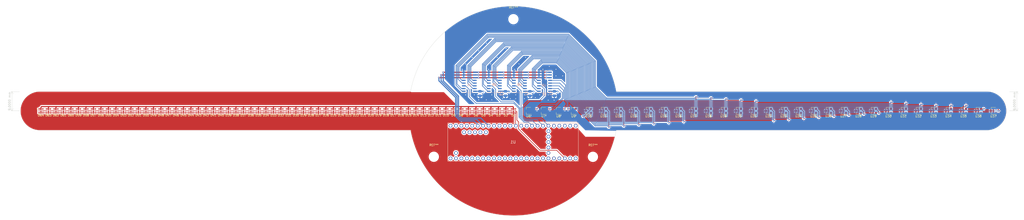
<source format=kicad_pcb>
(kicad_pcb (version 20221018) (generator pcbnew)
  (layers (0 "F.Cu" signal "SIGNAL_digital.Cu") (1 "In1.Cu" signal "3.3V.Cu") (2 "In2.Cu" signal "GND.Cu") (31 "B.Cu" signal "SIGNAL_analog.Cu") (34 "B.Paste" user) (35 "F.Paste" user) (36 "B.SilkS" user "B.Silkscreen") (37 "F.SilkS" user "F.Silkscreen") (38 "B.Mask" user) (39 "F.Mask" user) (44 "Edge.Cuts" user))
  (net 0 "")
  (net 1 "+5V")
  (net 2 "GND")
  (net 5 "Net-(D1-Pad5)")
  (net 18 "Net-(D1-Pad4)")
  (net 19 "Net-(U5-Pad3)")
  (net 33 "Net-(D21-Pad2)")
  (net 34 "Net-(D21-Pad3)")
  (net 35 "Net-(D25-Pad2)")
  (net 36 "Net-(D25-Pad3)")
  (net 37 "Net-(D26-Pad2)")
  (net 38 "Net-(D26-Pad3)")
  (net 39 "Net-(D28-Pad2)")
  (net 40 "Net-(D28-Pad3)")
  (net 41 "Net-(D48-Pad2)")
  (net 42 "Net-(D48-Pad3)")
  (net 43 "Net-(D49-Pad2)")
  (net 44 "Net-(D49-Pad3)")
  (net 45 "Net-(D51-Pad2)")
  (net 46 "Net-(D51-Pad3)")
  (net 47 "Net-(D53-Pad2)")
  (net 48 "Net-(D53-Pad3)")
  (net 49 "Net-(D57-Pad2)")
  (net 50 "Net-(D57-Pad3)")
  (net 51 "Net-(D58-Pad2)")
  (net 52 "Net-(D58-Pad3)")
  (net 53 "Net-(D62-Pad2)")
  (net 54 "Net-(D62-Pad3)")
  (net 55 "Net-(TP59-Pad1)")
  (net 56 "Net-(TP58-Pad1)")
  (net 57 "Net-(TP57-Pad1)")
  (net 58 "Net-(TP60-Pad1)")
  (net 59 "Net-(TP62-Pad1)")
  (net 60 "Net-(TP64-Pad1)")
  (net 61 "Net-(TP63-Pad1)")
  (net 62 "Net-(TP61-Pad1)")
  (net 63 "Net-(TP51-Pad1)")
  (net 64 "Net-(TP50-Pad1)")
  (net 67 "Net-(D1-Pad2)")
  (net 68 "Net-(D1-Pad3)")
  (net 69 "Net-(D2-Pad2)")
  (net 70 "Net-(D2-Pad3)")
  (net 71 "Net-(D3-Pad2)")
  (net 72 "Net-(D3-Pad3)")
  (net 73 "Net-(D4-Pad2)")
  (net 74 "Net-(D4-Pad3)")
  (net 75 "Net-(D5-Pad2)")
  (net 76 "Net-(D5-Pad3)")
  (net 77 "Net-(D6-Pad2)")
  (net 78 "Net-(D6-Pad3)")
  (net 79 "Net-(D7-Pad2)")
  (net 80 "Net-(D7-Pad3)")
  (net 81 "Net-(D8-Pad3)")
  (net 82 "Net-(D8-Pad2)")
  (net 83 "Net-(D10-Pad5)")
  (net 84 "Net-(D10-Pad4)")
  (net 85 "Net-(D10-Pad2)")
  (net 86 "Net-(D10-Pad3)")
  (net 87 "Net-(D11-Pad2)")
  (net 88 "Net-(D11-Pad3)")
  (net 89 "Net-(D12-Pad2)")
  (net 90 "Net-(D12-Pad3)")
  (net 91 "Net-(D13-Pad2)")
  (net 92 "Net-(D13-Pad3)")
  (net 93 "Net-(D14-Pad2)")
  (net 94 "Net-(D14-Pad3)")
  (net 95 "Net-(D15-Pad2)")
  (net 96 "Net-(D15-Pad3)")
  (net 97 "Net-(D16-Pad2)")
  (net 98 "Net-(D16-Pad3)")
  (net 99 "Net-(D17-Pad2)")
  (net 100 "Net-(D17-Pad3)")
  (net 101 "Net-(D18-Pad2)")
  (net 102 "Net-(D18-Pad3)")
  (net 103 "Net-(D19-Pad2)")
  (net 104 "Net-(D19-Pad3)")
  (net 105 "Net-(D20-Pad2)")
  (net 106 "Net-(D20-Pad3)")
  (net 107 "Net-(D22-Pad2)")
  (net 108 "Net-(D22-Pad3)")
  (net 109 "Net-(D23-Pad2)")
  (net 110 "Net-(D23-Pad3)")
  (net 111 "Net-(D24-Pad2)")
  (net 112 "Net-(D24-Pad3)")
  (net 113 "Net-(D27-Pad2)")
  (net 114 "Net-(D27-Pad3)")
  (net 115 "Net-(D29-Pad2)")
  (net 116 "Net-(D29-Pad3)")
  (net 117 "Net-(D30-Pad2)")
  (net 118 "Net-(D30-Pad3)")
  (net 119 "Net-(D31-Pad2)")
  (net 120 "Net-(D31-Pad3)")
  (net 121 "Net-(D33-Pad2)")
  (net 122 "Net-(D33-Pad3)")
  (net 123 "Net-(D34-Pad3)")
  (net 124 "Net-(D34-Pad2)")
  (net 125 "Net-(D35-Pad3)")
  (net 126 "Net-(D35-Pad2)")
  (net 127 "Net-(D37-Pad3)")
  (net 128 "Net-(D37-Pad2)")
  (net 129 "Net-(D38-Pad3)")
  (net 130 "Net-(D38-Pad2)")
  (net 131 "Net-(D39-Pad3)")
  (net 132 "Net-(D39-Pad2)")
  (net 133 "Net-(D40-Pad3)")
  (net 134 "Net-(D40-Pad2)")
  (net 135 "Net-(D42-Pad3)")
  (net 136 "Net-(D42-Pad2)")
  (net 137 "Net-(D44-Pad3)")
  (net 138 "Net-(D44-Pad2)")
  (net 139 "Net-(D45-Pad3)")
  (net 140 "Net-(D45-Pad2)")
  (net 141 "Net-(D46-Pad3)")
  (net 142 "Net-(D46-Pad2)")
  (net 143 "Net-(D47-Pad3)")
  (net 144 "Net-(D47-Pad2)")
  (net 145 "Net-(D50-Pad2)")
  (net 146 "Net-(D50-Pad3)")
  (net 147 "Net-(D52-Pad2)")
  (net 148 "Net-(D52-Pad3)")
  (net 149 "Net-(D54-Pad3)")
  (net 150 "Net-(D54-Pad2)")
  (net 151 "Net-(D55-Pad2)")
  (net 152 "Net-(D55-Pad3)")
  (net 153 "Net-(D56-Pad3)")
  (net 154 "Net-(D56-Pad2)")
  (net 155 "Net-(D60-Pad2)")
  (net 156 "Net-(D60-Pad3)")
  (net 157 "Net-(D61-Pad2)")
  (net 158 "Net-(D61-Pad3)")
  (net 159 "Net-(D63-Pad2)")
  (net 160 "Net-(D63-Pad3)")
  (net 161 "Net-(D32-Pad2)")
  (net 162 "Net-(D32-Pad3)")
  (net 163 "Net-(D36-Pad2)")
  (net 164 "Net-(D36-Pad3)")
  (net 165 "Net-(D41-Pad2)")
  (net 166 "Net-(D41-Pad3)")
  (net 167 "Net-(D43-Pad2)")
  (net 168 "Net-(D43-Pad3)")
  (net 169 "Net-(D59-Pad2)")
  (net 170 "Net-(D59-Pad3)")
  (net 171 "Net-(TP49-Pad1)")
  (net 172 "Net-(TP52-Pad1)")
  (net 173 "Net-(TP54-Pad1)")
  (net 174 "Net-(TP56-Pad1)")
  (net 175 "Net-(TP55-Pad1)")
  (net 176 "Net-(TP53-Pad1)")
  (net 177 "Net-(TP43-Pad1)")
  (net 178 "Net-(TP42-Pad1)")
  (net 179 "Net-(TP41-Pad1)")
  (net 180 "Net-(TP44-Pad1)")
  (net 181 "Net-(TP46-Pad1)")
  (net 182 "Net-(TP48-Pad1)")
  (net 183 "Net-(TP47-Pad1)")
  (net 184 "Net-(TP45-Pad1)")
  (net 185 "Net-(TP37-Pad1)")
  (net 186 "Net-(TP39-Pad1)")
  (net 187 "Net-(TP40-Pad1)")
  (net 188 "Net-(TP38-Pad1)")
  (net 189 "Net-(TP36-Pad1)")
  (net 190 "Net-(TP33-Pad1)")
  (net 191 "Net-(TP34-Pad1)")
  (net 192 "Net-(TP35-Pad1)")
  (net 193 "Net-(TP12-Pad1)")
  (net 194 "Net-(TP13-Pad1)")
  (net 195 "Net-(TP14-Pad1)")
  (net 196 "Net-(TP15-Pad1)")
  (net 197 "Net-(TP17-Pad1)")
  (net 198 "Net-(TP18-Pad1)")
  (net 199 "Net-(TP19-Pad1)")
  (net 200 "Net-(TP20-Pad1)")
  (net 201 "Net-(TP21-Pad1)")
  (net 202 "Net-(TP22-Pad1)")
  (net 203 "Net-(TP23-Pad1)")
  (net 204 "Net-(TP24-Pad1)")
  (net 205 "Net-(TP25-Pad1)")
  (net 206 "Net-(TP26-Pad1)")
  (net 207 "Net-(TP27-Pad1)")
  (net 208 "Net-(TP28-Pad1)")
  (net 209 "Net-(TP29-Pad1)")
  (net 210 "Net-(TP30-Pad1)")
  (net 211 "Net-(TP31-Pad1)")
  (net 217 "unconnected-(U1-Pad3)")
  (net 218 "Net-(U2-Pad11)")
  (net 219 "Net-(U2-Pad10)")
  (net 220 "Net-(U2-Pad9)")
  (net 229 "Net-(U4-Pad3)")
  (net 230 "Net-(U3-Pad3)")
  (net 231 "Net-(U2-Pad3)")
  (footprint "LED_SMD:LED-APA102-2020" (layer "F.Cu") (at -66.5 -70)
    (fp_text reference "D12")
    (fp_text value "APA102-2020")
  )
  (footprint "LED_SMD:LED-APA102-2020" (layer "F.Cu") (at -234.5 -70)
    (fp_text reference "D60")
    (fp_text value "APA102-2020")
  )
  (footprint "Package_TO_SOT_SMD:SOT-23W" (layer "F.Cu") (at -7 -70 180)
    (fp_text reference "U8")
    (fp_text value "SS39ET")
  )
  (footprint "Package_TO_SOT_SMD:SOT-23W" (layer "F.Cu") (at 161 -70 180)
    (fp_text reference "U32")
    (fp_text value "SS39ET")
  )
  (footprint "Package_TO_SOT_SMD:SOT-23W" (layer "F.Cu") (at 77 -70 180)
    (fp_text reference "U20")
    (fp_text value "SS39ET")
  )
  (footprint "LED_SMD:LED-APA102-2020" (layer "F.Cu") (at -248.5 -70)
    (fp_text reference "D64")
    (fp_text value "APA102-2020")
  )
  (footprint "LED_SMD:LED-APA102-2020" (layer "F.Cu") (at -220.5 -70)
    (fp_text reference "D56")
    (fp_text value "APA102-2020")
  )
  (footprint "LED_SMD:LED-APA102-2020" (layer "F.Cu") (at -73.5 -70)
    (fp_text reference "D14")
    (fp_text value "APA102-2020")
  )
  (footprint "LED_SMD:LED-APA102-2020" (layer "F.Cu") (at -185.5 -70)
    (fp_text reference "D46")
    (fp_text value "APA102-2020")
  )
  (footprint "LED_SMD:LED-APA102-2020" (layer "F.Cu") (at -122.5 -70)
    (fp_text reference "D28")
    (fp_text value "APA102-2020")
  )
  (footprint "LED_SMD:LED-APA102-2020" (layer "F.Cu") (at -63 -70)
    (fp_text reference "D11")
    (fp_text value "APA102-2020")
  )
  (footprint "Package_TO_SOT_SMD:SOT-23W" (layer "F.Cu") (at 133 -70 180)
    (fp_text reference "U28")
    (fp_text value "SS39ET")
  )
  (footprint "Package_TO_SOT_SMD:SOT-23W" (layer "F.Cu") (at 49 -70 180)
    (fp_text reference "U16")
    (fp_text value "SS39ET")
  )
  (footprint "Package_TO_SOT_SMD:SOT-23W" (layer "F.Cu") (at 126 -70 180)
    (fp_text reference "U27")
    (fp_text value "SS39ET")
  )
  (footprint "LED_SMD:LED-APA102-2020" (layer "F.Cu") (at -84 -70)
    (fp_text reference "D17")
    (fp_text value "APA102-2020")
  )
  (footprint "LED_SMD:LED-APA102-2020" (layer "F.Cu") (at -133 -70)
    (fp_text reference "D31")
    (fp_text value "APA102-2020")
  )
  (footprint "Package_TO_SOT_SMD:SOT-23W" (layer "F.Cu") (at 42 -70 180)
    (fp_text reference "U15")
    (fp_text value "SS39ET")
  )
  (footprint "LED_SMD:LED-APA102-2020" (layer "F.Cu") (at -245 -70)
    (fp_text reference "D63")
    (fp_text value "APA102-2020")
  )
  (footprint "Package_TO_SOT_SMD:SOT-23W" (layer "F.Cu") (at 105 -70 180)
    (fp_text reference "U24")
    (fp_text value "SS39ET")
  )
  (footprint "LED_SMD:LED-APA102-2020" (layer "F.Cu") (at -175 -70)
    (fp_text reference "D43")
    (fp_text value "APA102-2020")
  )
  (footprint "LED_SMD:LED-APA102-2020" (layer "F.Cu") (at -119 -70)
    (fp_text reference "D27")
    (fp_text value "APA102-2020")
  )
  (footprint "LED_SMD:LED-APA102-2020" (layer "F.Cu") (at -168 -70)
    (fp_text reference "D41")
    (fp_text value "APA102-2020")
  )
  (footprint "LED_SMD:LED-APA102-2020" (layer "F.Cu") (at -164.5 -70)
    (fp_text reference "D40")
    (fp_text value "APA102-2020")
  )
  (footprint "LED_SMD:LED-APA102-2020" (layer "F.Cu") (at -154 -70)
    (fp_text reference "D37")
    (fp_text value "APA102-2020")
  )
  (footprint "LED_SMD:LED-APA102-2020" (layer "F.Cu") (at -45.5 -70)
    (fp_text reference "D6")
    (fp_text value "APA102-2020")
  )
  (footprint "LED_SMD:LED-APA102-2020" (layer "F.Cu") (at -171.5 -70)
    (fp_text reference "D42")
    (fp_text value "APA102-2020")
  )
  (footprint "LED_SMD:LED-APA102-2020" (layer "F.Cu") (at -91 -70)
    (fp_text reference "D19")
    (fp_text value "APA102-2020")
  )
  (footprint "LED_SMD:LED-APA102-2020" (layer "F.Cu") (at -178.5 -70)
    (fp_text reference "D44")
    (fp_text value "APA102-2020")
  )
  (footprint "LED_SMD:LED-APA102-2020" (layer "F.Cu") (at -94.5 -70)
    (fp_text reference "D20")
    (fp_text value "APA102-2020")
  )
  (footprint "Package_TO_SOT_SMD:SOT-23W" (layer "F.Cu") (at 91 -70 180)
    (fp_text reference "U22")
    (fp_text value "SS39ET")
  )
  (footprint "Package_TO_SOT_SMD:SOT-23W" (layer "F.Cu") (at 14 -70 180)
    (fp_text reference "U11")
    (fp_text value "SS39ET")
  )
  (footprint "Package_TO_SOT_SMD:SOT-23W" (layer "F.Cu") (at 7 -70 180)
    (fp_text reference "U10")
    (fp_text value "SS39ET")
  )
  (footprint "Package_TO_SOT_SMD:SOT-23W" (layer "F.Cu") (at 56 -70 180)
    (fp_text reference "U17")
    (fp_text value "SS39ET")
  )
  (footprint "LED_SMD:LED-APA102-2020" (layer "F.Cu") (at -49 -70)
    (fp_text reference "D7")
    (fp_text value "APA102-2020")
  )
  (footprint "Package_TO_SOT_SMD:SOT-23W" (layer "F.Cu") (at -21 -70 180)
    (fp_text reference "U6")
    (fp_text value "SS39ET")
  )
  (footprint "Package_TO_SOT_SMD:SOT-23W" (layer "F.Cu") (at 98 -70 180)
    (fp_text reference "U23")
    (fp_text value "SS39ET")
  )
  (footprint "LED_SMD:LED-APA102-2020" (layer "F.Cu") (at -126 -70)
    (fp_text reference "D29")
    (fp_text value "APA102-2020")
  )
  (footprint "LED_SMD:LED-APA102-2020" (layer "F.Cu") (at -136.5 -70)
    (fp_text reference "D32")
    (fp_text value "APA102-2020")
  )
  (footprint "LED_SMD:LED-APA102-2020" (layer "F.Cu") (at -213.5 -70)
    (fp_text reference "D54")
    (fp_text value "APA102-2020")
  )
  (footprint "Package_TO_SOT_SMD:SOT-23W" (layer "F.Cu") (at 70 -70 180)
    (fp_text reference "U19")
    (fp_text value "SS39ET")
  )
  (footprint "MountingHole:MountingHole_4.3mm_M4" (layer "F.Cu") (at -65.14 -48.59)
    (fp_text reference "REF**")
    (fp_text value "MountingHole_4.3mm_M4")
  )
  (footprint "Package_TO_SOT_SMD:SOT-23W" (layer "F.Cu") (at 28 -70 180)
    (fp_text reference "U13")
    (fp_text value "SS39ET")
  )
  (footprint "LED_SMD:LED-APA102-2020" (layer "F.Cu") (at -108.5 -70)
    (fp_text reference "D24")
    (fp_text value "APA102-2020")
  )
  (footprint "MountingHole:MountingHole_4.3mm_M4" (layer "F.Cu") (at -28 -112.8)
    (fp_text reference "REF**")
    (fp_text value "MountingHole_4.3mm_M4")
  )
  (footprint "Package_TO_SOT_SMD:SOT-23W" (layer "F.Cu") (at 196 -70 180)
    (fp_text reference "U37")
    (fp_text value "SS39ET")
  )
  (footprint "Package_TO_SOT_SMD:SOT-23W" (layer "F.Cu") (at 182 -70 180)
    (fp_text reference "U35")
    (fp_text value "SS39ET")
  )
  (footprint "LED_SMD:LED-APA102-2020" (layer "F.Cu") (at -31.5 -70)
    (fp_text reference "D2")
    (fp_text value "APA102-2020")
  )
  (footprint "LED_SMD:LED-APA102-2020" (layer "F.Cu") (at -105 -70)
    (fp_text reference "D23")
    (fp_text value "APA102-2020")
  )
  (footprint "LED_SMD:LED-APA102-2020" (layer "F.Cu") (at -189 -70)
    (fp_text reference "D47")
    (fp_text value "APA102-2020")
  )
  (footprint "LED_SMD:LED-APA102-2020" (layer "F.Cu") (at -80.5 -70)
    (fp_text reference "D16")
    (fp_text value "APA102-2020")
  )
  (footprint "MountingHole:MountingHole_4.3mm_M4" (layer "F.Cu") (at 9.103086 -48.561459)
    (fp_text reference "REF**")
    (fp_text value "MountingHole_4.3mm_M4")
  )
  (footprint "Package_TO_SOT_SMD:SOT-23W" (layer "F.Cu") (at 84 -70 180)
    (fp_text reference "U21")
    (fp_text value "SS39ET")
  )
  (footprint "LED_SMD:LED-APA102-2020" (layer "F.Cu") (at -199.5 -70)
    (fp_text reference "D50")
    (fp_text value "APA102-2020")
  )
  (footprint "LED_SMD:LED-APA102-2020" (layer "F.Cu") (at -52.5 -70)
    (fp_text reference "D8")
    (fp_text value "APA102-2020")
  )
  (footprint "Package_TO_SOT_SMD:SOT-23W" (layer "F.Cu") (at 0 -70 180)
    (fp_text reference "U9")
    (fp_text value "SS39ET")
  )
  (footprint "LED_SMD:LED-APA102-2020" (layer "F.Cu") (at -157.5 -70)
    (fp_text reference "D38")
    (fp_text value "APA102-2020")
  )
  (footprint "LED_SMD:LED-APA102-2020" (layer "F.Cu") (at -77 -70)
    (fp_text reference "D15")
    (fp_text value "APA102-2020")
  )
  (footprint "LED_SMD:LED-APA102-2020" (layer "F.Cu") (at -35 -70)
    (fp_text reference "D3")
    (fp_text value "APA102-2020")
  )
  (footprint "LED_SMD:LED-APA102-2020" (layer "F.Cu") (at -143.5 -70)
    (fp_text reference "D34")
    (fp_text value "APA102-2020")
  )
  (footprint "LED_SMD:LED-APA102-2020" (layer "F.Cu") (at -98 -70)
    (fp_text reference "D21")
    (fp_text value "APA102-2020")
  )
  (footprint "LED_SMD:LED-APA102-2020" (layer "F.Cu") (at -182 -70)
    (fp_text reference "D45")
    (fp_text value "APA102-2020")
  )
  (footprint "Package_TO_SOT_SMD:SOT-23W" (layer "F.Cu") (at 63 -70 180)
    (fp_text reference "U18")
    (fp_text value "SS39ET")
  )
  (footprint "LED_SMD:LED-APA102-2020" (layer "F.Cu") (at -196 -70)
    (fp_text reference "D49")
    (fp_text value "APA102-2020")
  )
  (footprint "LED_SMD:LED-APA102-2020" (layer "F.Cu") (at -101.5 -70)
    (fp_text reference "D22")
    (fp_text value "APA102-2020")
  )
  (footprint "LED_SMD:LED-APA102-2020" (layer "F.Cu") (at -203 -70)
    (fp_text reference "D51")
    (fp_text value "APA102-2020")
  )
  (footprint "Package_TO_SOT_SMD:SOT-23W" (layer "F.Cu") (at -14 -70 180)
    (fp_text reference "U7")
    (fp_text value "SS39ET")
  )
  (footprint "LED_SMD:LED-APA102-2020" (layer "F.Cu") (at -115.5 -70)
    (fp_text reference "D26")
    (fp_text value "APA102-2020")
  )
  (footprint "LED_SMD:LED-APA102-2020" (layer "F.Cu") (at -42 -70)
    (fp_text reference "D5")
    (fp_text value "APA102-2020")
  )
  (footprint "LED_SMD:LED-APA102-2020" (layer "F.Cu") (at -70 -70)
    (fp_text reference "D13")
    (fp_text value "APA102-2020")
  )
  (footprint "LED_SMD:LED-APA102-2020" (layer "F.Cu") (at -210 -70)
    (fp_text reference "D53")
    (fp_text value "APA102-2020")
  )
  (footprint "Package_TO_SOT_SMD:SOT-23W" (layer "F.Cu") (at 21 -70 180)
    (fp_text reference "U12")
    (fp_text value "SS39ET")
  )
  (footprint "LED_SMD:LED-APA102-2020" (layer "F.Cu") (at -59.5 -70)
    (fp_text reference "D10")
    (fp_text value "APA102-2020")
  )
  (footprint "LED_SMD:LED-APA102-2020" (layer "F.Cu") (at -217 -70)
    (fp_text reference "D55")
    (fp_text value "APA102-2020")
  )
  (footprint "Package_TO_SOT_SMD:SOT-23W" (layer "F.Cu") (at 189 -70 180)
    (fp_text reference "U36")
    (fp_text value "SS39ET")
  )
  (footprint "LED_SMD:LED-APA102-2020" (layer "F.Cu") (at -238 -70)
    (fp_text reference "D61")
    (fp_text value "APA102-2020")
  )
  (footprint "Package_TO_SOT_SMD:SOT-23W" (layer "F.Cu") (at 154 -70 180)
    (fp_text reference "U31")
    (fp_text value "SS39ET")
  )
  (footprint "Package_TO_SOT_SMD:SOT-23W" (layer "F.Cu") (at 140 -70 180)
    (fp_text reference "U29")
    (fp_text value "SS39ET")
  )
  (footprint "Package_TO_SOT_SMD:SOT-23W" (layer "F.Cu") (at 168 -70 180)
    (fp_text reference "U33")
    (fp_text value "SS39ET")
  )
  (footprint "LED_SMD:LED-APA102-2020" (layer "F.Cu") (at -206.5 -70)
    (fp_text reference "D52")
    (fp_text value "APA102-2020")
  )
  (footprint "LED_SMD:LED-APA102-2020" (layer "F.Cu") (at -192.5 -70)
    (fp_text reference "D48")
    (fp_text value "APA102-2020")
  )
  (footprint "LED_SMD:LED-APA102-2020" (layer "F.Cu") (at -231 -70)
    (fp_text reference "D59")
    (fp_text value "APA102-2020")
  )
  (footprint "LED_SMD:LED-APA102-2020" (layer "F.Cu") (at -140 -70)
    (fp_text reference "D33")
    (fp_text value "APA102-2020")
  )
  (footprint "LED_SMD:LED-APA102-2020" (layer "F.Cu") (at -28 -70)
    (fp_text reference "D1")
    (fp_text value "APA102-2020")
  )
  (footprint "Package_TO_SOT_SMD:SOT-23W" (layer "F.Cu") (at 119 -70 180)
    (fp_text reference "U26")
    (fp_text value "SS39ET")
  )
  (footprint "LED_SMD:LED-APA102-2020" (layer "F.Cu") (at -56 -70)
    (fp_text reference "D9")
    (fp_text value "APA102-2020")
  )
  (footprint "Package_TO_SOT_SMD:SOT-23W" (layer "F.Cu") (at 147 -70 180)
    (fp_text reference "U30")
    (fp_text value "SS39ET")
  )
  (footprint "LED_SMD:LED-APA102-2020" (layer "F.Cu") (at -87.5 -70)
    (fp_text reference "D18")
    (fp_text value "APA102-2020")
  )
  (footprint "LED_SMD:LED-APA102-2020" (layer "F.Cu") (at -224 -70)
    (fp_text reference "D57")
    (fp_text value "APA102-2020")
  )
  (footprint "Package_TO_SOT_SMD:SOT-23W" (layer "F.Cu") (at 175 -70 180)
    (fp_text reference "U34")
    (fp_text value "SS39ET")
  )
  (footprint "LED_SMD:LED-APA102-2020" (layer "F.Cu") (at -112 -70)
    (fp_text reference "D25")
    (fp_text value "APA102-2020")
  )
  (footprint "LED_SMD:LED-APA102-2020" (layer "F.Cu") (at -227.5 -70)
    (fp_text reference "D58")
    (fp_text value "APA102-2020")
  )
  (footprint "Package_TO_SOT_SMD:SOT-23W" (layer "F.Cu") (at 112 -70 180)
    (fp_text reference "U25")
    (fp_text value "SS39ET")
  )
  (footprint "LED_SMD:LED-APA102-2020" (layer "F.Cu") (at -150.5 -70)
    (fp_text reference "D36")
    (fp_text value "APA102-2020")
  )
  (footprint "LED_SMD:LED-APA102-2020" (layer "F.Cu") (at -161 -70)
    (fp_text reference "D39")
    (fp_text value "APA102-2020")
  )
  (footprint "LED_SMD:LED-APA102-2020" (layer "F.Cu") (at -38.5 -70)
    (fp_text reference "D4")
    (fp_text value "APA102-2020")
  )
  (footprint "LED_SMD:LED-APA102-2020" (layer "F.Cu") (at -129.5 -70)
    (fp_text reference "D30")
    (fp_text value "APA102-2020")
  )
  (footprint "LED_SMD:LED-APA102-2020" (layer "F.Cu") (at -147 -70)
    (fp_text reference "D35")
    (fp_text value "APA102-2020")
  )
  (footprint "LED_SMD:LED-APA102-2020" (layer "F.Cu") (at -241.5 -70)
    (fp_text reference "D62")
    (fp_text value "APA102-2020")
  )
  (footprint "Package_TO_SOT_SMD:SOT-23W" (layer "F.Cu") (at 35 -70 180)
    (fp_text reference "U14")
    (fp_text value "SS39ET")
  )
  (footprint "Package_SO:SO-16_3.9x9.9mm_P1.27mm" (layer "B.Cu") (at -25.2 -83.6)
    (fp_text reference "U3")
    (fp_text value "74HCT4051")
  )
  (footprint "Downloaded:TEENSY41" (layer "B.Cu") (at -52.28 -63.07)
    (fp_text reference "U1")
    (fp_text value "Teensy4.1")
  )
  (footprint "Package_SO:SO-16_3.9x9.9mm_P1.27mm" (layer "B.Cu") (at -36.9 -83.6)
    (fp_text reference "U4")
    (fp_text value "74HCT4051")
  )
  (footprint "Capacitor_SMD:C_0805_2012Metric_Pad1.18x1.45mm_HandSolder" (layer "B.Cu") (at -8.9 -78.1 -90)
    (fp_text reference "C1")
    (fp_text value "0.1µF")
  )
  (footprint "Capacitor_SMD:C_0805_2012Metric_Pad1.18x1.45mm_HandSolder" (layer "B.Cu") (at -43.6 -78.1 -90)
    (fp_text reference "C4")
    (fp_text value "0.1µF")
  )
  (footprint "Package_SO:SO-16_3.9x9.9mm_P1.27mm" (layer "B.Cu") (at -13.5 -83.6)
    (fp_text reference "U2")
    (fp_text value "74HCT4051")
  )
  (footprint "Capacitor_SMD:C_0805_2012Metric_Pad1.18x1.45mm_HandSolder" (layer "B.Cu") (at -31.7 -78.1 -90)
    (fp_text reference "C3")
    (fp_text value "0.1µF")
  )
  (footprint "Package_SO:SO-16_3.9x9.9mm_P1.27mm" (layer "B.Cu") (at -48.6 -83.6)
    (fp_text reference "U5")
    (fp_text value "74HCT4051" hide)
  )
  (footprint "Capacitor_SMD:C_0805_2012Metric_Pad1.18x1.45mm_HandSolder" (layer "B.Cu") (at -20.3 -78.1 -90)
    (fp_text reference "C2")
    (fp_text value "0.1µF")
  )
  (gr_arc (start -75.999999 -79) (mid -28 -118.836461) (end 19.999999 -79) (stroke (width 0.1)) (layer "Edge.Cuts"))
  (gr_line (start -249 -61) (end -76 -61) (stroke (width 0.1)) (layer "Edge.Cuts"))
  (gr_arc (start 19.999999 -61) (mid -28 -21.163539) (end -75.999999 -61) (stroke (width 0.1)) (layer "Edge.Cuts"))
  (gr_arc (start -258 -70) (mid -255.363961 -76.363961) (end -249 -79) (stroke (width 0.1)) (layer "Edge.Cuts"))
  (gr_line (start 20 -79) (end 193 -79) (stroke (width 0.1)) (layer "Edge.Cuts"))
  (gr_line (start 193 -61) (end 20 -61) (stroke (width 0.1)) (layer "Edge.Cuts"))
  (gr_arc (start 193 -79) (mid 199.363961 -76.363961) (end 202 -70) (stroke (width 0.1)) (layer "Edge.Cuts"))
  (gr_arc (start 202 -70) (mid 199.363961 -63.636039) (end 193 -61) (stroke (width 0.1)) (layer "Edge.Cuts"))
  (gr_arc (start -249 -61) (mid -255.363961 -63.636039) (end -258 -70) (stroke (width 0.1)) (layer "Edge.Cuts"))
  (gr_line (start -249 -79) (end -76 -79) (stroke (width 0.1)) (layer "Edge.Cuts"))
  (gr_text "U5" (at -36.875 -82.110005 720) (layer "B.SilkS") (effects (font (size 1 1)) (justify mirror)))
  (gr_text "U5" (at -13.675 -82.010005 720) (layer "B.SilkS") (effects (font (size 1 1)) (justify mirror)))
  (gr_text "U5" (at -25.175 -82.110005 720) (layer "B.SilkS") (effects (font (size 1 1)) (justify mirror)))
  (dimension (type aligned) (layer "Edge.Cuts") (pts (xy 203 -70) (xy 203 -79)) (height 4) (gr_text "9,0000 mm" (at 205.85 -74.5 90) (layer "Edge.Cuts") (effects (font (size 1 1) (thickness 0.15)))) (format (prefix "") (suffix "") (units 3) (units_format 1) (precision 4)) (style (thickness 0.1) (arrow_length 1.27) (text_position_mode 0) (extension_height 0.58642) (extension_offset 0.5) keep_text_aligned))
  (dimension (type aligned) (layer "Edge.Cuts") (pts (xy -258 -70) (xy -258 -79)) (height -4) (gr_text "9,0000 mm" (at -263.15 -74.5 90) (layer "Edge.Cuts") (effects (font (size 1 1) (thickness 0.15)))) (format (prefix "") (suffix "") (units 3) (units_format 1) (precision 4)) (style (thickness 0.1) (arrow_length 1.27) (text_position_mode 0) (extension_height 0.58642) (extension_offset 0.5) keep_text_aligned))
  (segment (start -39.35 -70.9) (end -38.57 -70.9) (width 0.3) (layer "F.Cu") (net 1))
  (segment (start -108.5 -71.7) (end -108.2 -72) (width 0.5) (layer "F.Cu") (net 1))
  (segment (start -175 -70.83) (end -175 -71.7) (width 0.5) (layer "F.Cu") (net 1))
  (segment (start -200.35 -70.9) (end -199.57 -70.9) (width 0.3) (layer "F.Cu") (net 1))
  (segment (start -70.85 -70.9) (end -70.07 -70.9) (width 0.3) (layer "F.Cu") (net 1))
  (segment (start -206.5 -71.7) (end -206.2 -72) (width 0.5) (layer "F.Cu") (net 1))
  (segment (start -70 -71.7) (end -69.7 -72) (width 0.5) (layer "F.Cu") (net 1))
  (segment (start -46.35 -70.9) (end -45.57 -70.9) (width 0.3) (layer "F.Cu") (net 1))
  (segment (start -35 -71.7) (end -34.7 -72) (width 0.5) (layer "F.Cu") (net 1))
  (segment (start -49.07 -70.9) (end -49 -70.83) (width 0.3) (layer "F.Cu") (net 1))
  (segment (start -31.5 -71.7) (end -31.2 -72) (width 0.5) (layer "F.Cu") (net 1))
  (segment (start -91 -71.7) (end -90.7 -72) (width 0.5) (layer "F.Cu") (net 1))
  (segment (start 92.2 -69.05) (end 92.2 -67.8) (width 0.3) (layer "F.Cu") (net 1))
  (segment (start -178.5 -70.83) (end -178.5 -71.7) (width 0.5) (layer "F.Cu") (net 1))
  (segment (start -182 -71.7) (end -181.7 -72) (width 0.5) (layer "F.Cu") (net 1))
  (segment (start -178.5 -71.7) (end -178.2 -72) (width 0.5) (layer "F.Cu") (net 1))
  (segment (start -164.5 -71.7) (end -164.2 -72) (width 0.5) (layer "F.Cu") (net 1))
  (segment (start -241.5 -71.7) (end -241.2 -72) (width 0.5) (layer "F.Cu") (net 1))
  (segment (start -147 -70.83) (end -147 -71.7) (width 0.5) (layer "F.Cu") (net 1))
  (segment (start -140.85 -70.9) (end -140.07 -70.9) (width 0.3) (layer "F.Cu") (net 1))
  (segment (start -151.35 -70.9) (end -150.57 -70.9) (width 0.3) (layer "F.Cu") (net 1))
  (segment (start -241.2 -72) (end -237.7 -72) (width 0.5) (layer "F.Cu") (net 1))
  (segment (start -245 -71.7) (end -244.7 -72) (width 0.5) (layer "F.Cu") (net 1))
  (segment (start -182 -70.83) (end -182 -71.7) (width 0.5) (layer "F.Cu") (net 1))
  (segment (start -144.35 -70.9) (end -143.57 -70.9) (width 0.3) (layer "F.Cu") (net 1))
  (segment (start -98.07 -70.9) (end -98 -70.83) (width 0.3) (layer "F.Cu") (net 1))
  (segment (start -210 -70.83) (end -210 -71.7) (width 0.5) (layer "F.Cu") (net 1))
  (segment (start -223.7 -72) (end -220.2 -72) (width 0.5) (layer "F.Cu") (net 1))
  (segment (start 169.2 -69.05) (end 169.2 -67.8) (width 0.3) (layer "F.Cu") (net 1))
  (segment (start -178.57 -70.9) (end -178.5 -70.83) (width 0.3) (layer "F.Cu") (net 1))
  (segment (start -186.35 -70.9) (end -185.57 -70.9) (width 0.3) (layer "F.Cu") (net 1))
  (segment (start -105.85 -70.9) (end -105.07 -70.9) (width 0.3) (layer "F.Cu") (net 1))
  (segment (start -136.5 -71.7) (end -136.2 -72) (width 0.5) (layer "F.Cu") (net 1))
  (segment (start -234.57 -70.9) (end -234.5 -70.83) (width 0.3) (layer "F.Cu") (net 1))
  (segment (start -235.35 -70.9) (end -234.57 -70.9) (width 0.3) (layer "F.Cu") (net 1))
  (segment (start -143.5 -71.7) (end -143.2 -72) (width 0.5) (layer "F.Cu") (net 1))
  (segment (start -112.07 -70.9) (end -112 -70.83) (width 0.3) (layer "F.Cu") (net 1))
  (segment (start -133 -70.83) (end -133 -71.7) (width 0.5) (layer "F.Cu") (net 1))
  (segment (start -210.07 -70.9) (end -210 -70.83) (width 0.3) (layer "F.Cu") (net 1))
  (segment (start -115.57 -70.9) (end -115.5 -70.83) (width 0.3) (layer "F.Cu") (net 1))
  (segment (start -196.85 -70.9) (end -196.07 -70.9) (width 0.3) (layer "F.Cu") (net 1))
  (segment (start -91.85 -70.9) (end -91.07 -70.9) (width 0.3) (layer "F.Cu") (net 1))
  (segment (start -66.57 -70.9) (end -66.5 -70.83) (width 0.3) (layer "F.Cu") (net 1))
  (segment (start -109.35 -70.9) (end -108.57 -70.9) (width 0.3) (layer "F.Cu") (net 1))
  (segment (start -220.2 -72) (end -216.7 -72) (width 0.5) (layer "F.Cu") (net 1))
  (segment (start -224.85 -70.9) (end -224.07 -70.9) (width 0.3) (layer "F.Cu") (net 1))
  (segment (start -133.85 -70.9) (end -133.07 -70.9) (width 0.3) (layer "F.Cu") (net 1))
  (segment (start -147.07 -70.9) (end -147 -70.83) (width 0.3) (layer "F.Cu") (net 1))
  (segment (start -133 -71.7) (end -132.7 -72) (width 0.5) (layer "F.Cu") (net 1))
  (segment (start -175.07 -70.9) (end -175 -70.83) (width 0.3) (layer "F.Cu") (net 1))
  (segment (start -28.3 -72) (end -28 -71.7) (width 0.5) (layer "F.Cu") (net 1))
  (segment (start -84 -70.83) (end -84 -71.7) (width 0.5) (layer "F.Cu") (net 1))
  (segment (start -105 -71.7) (end -104.7 -72) (width 0.5) (layer "F.Cu") (net 1))
  (segment (start -193.35 -70.9) (end -192.57 -70.9) (width 0.3) (layer "F.Cu") (net 1))
  (segment (start -207.35 -70.9) (end -206.57 -70.9) (width 0.3) (layer "F.Cu") (net 1))
  (segment (start -189.07 -70.9) (end -189 -70.83) (width 0.3) (layer "F.Cu") (net 1))
  (segment (start -140 -70.83) (end -140 -71.7) (width 0.5) (layer "F.Cu") (net 1))
  (segment (start -59.57 -70.9) (end -59.5 -70.83) (width 0.3) (layer "F.Cu") (net 1))
  (segment (start 85.2 -69.05) (end 85.2 -67.8) (width 0.3) (layer "F.Cu") (net 1))
  (segment (start -112 -71.7) (end -111.7 -72) (width 0.5) (layer "F.Cu") (net 1))
  (segment (start 190.2 -69.05) (end 190.2 -67.8) (width 0.3) (layer "F.Cu") (net 1))
  (segment (start -35.07 -70.9) (end -35 -70.83) (width 0.3) (layer "F.Cu") (net 1))
  (segment (start -119 -71.7) (end -118.7 -72) (width 0.5) (layer "F.Cu") (net 1))
  (segment (start -115.5 -71.7) (end -115.2 -72) (width 0.5) (layer "F.Cu") (net 1))
  (segment (start -140 -71.7) (end -139.7 -72) (width 0.5) (layer "F.Cu") (net 1))
  (segment (start -94.5 -70.83) (end -94.5 -71.7) (width 0.5) (layer "F.Cu") (net 1))
  (segment (start -119 -70.83) (end -119 -71.7) (width 0.5) (layer "F.Cu") (net 1))
  (segment (start -136.5 -70.83) (end -136.5 -71.7) (width 0.5) (layer "F.Cu") (net 1))
  (segment (start -154 -71.7) (end -153.7 -72) (width 0.5) (layer "F.Cu") (net 1))
  (segment (start -221.35 -70.9) (end -220.57 -70.9) (width 0.3) (layer "F.Cu") (net 1))
  (segment (start 36.2 -69.05) (end 36.2 -67.8) (width 0.3) (layer "F.Cu") (net 1))
  (segment (start -249.35 -70.9) (end -248.57 -70.9) (width 0.3) (layer "F.Cu") (net 1))
  (segment (start -81.35 -70.9) (end -80.57 -70.9) (width 0.3) (layer "F.Cu") (net 1))
  (segment (start -154 -70.83) (end -154 -71.7) (width 0.5) (layer "F.Cu") (net 1))
  (segment (start -199.5 -71.7) (end -199.2 -72) (width 0.5) (layer "F.Cu") (net 1))
  (segment (start -77 -71.7) (end -76.7 -72) (width 0.5) (layer "F.Cu") (net 1))
  (segment (start -213.5 -71.7) (end -213.2 -72) (width 0.5) (layer "F.Cu") (net 1))
  (segment (start -185.2 -72) (end -181.7 -72) (width 0.5) (layer "F.Cu") (net 1))
  (segment (start -95.35 -70.9) (end -94.57 -70.9) (width 0.3) (layer "F.Cu") (net 1))
  (segment (start -137.35 -70.9) (end -136.57 -70.9) (width 0.3) (layer "F.Cu") (net 1))
  (segment (start -105 -70.83) (end -105 -71.7) (width 0.5) (layer "F.Cu") (net 1))
  (segment (start -181.7 -72) (end -178.2 -72) (width 0.5) (layer "F.Cu") (net 1))
  (segment (start -154.85 -70.9) (end -154.07 -70.9) (width 0.3) (layer "F.Cu") (net 1))
  (segment (start -56 -70.83) (end -56 -71.7) (width 0.5) (layer "F.Cu") (net 1))
  (segment (start -49 -70.83) (end -49 -71.7) (width 0.5) (layer "F.Cu") (net 1))
  (segment (start -154.07 -70.9) (end -154 -70.83) (width 0.3) (layer "F.Cu") (net 1))
  (segment (start -63.07 -70.9) (end -63 -70.83) (width 0.3) (layer "F.Cu") (net 1))
  (segment (start -168 -70.83) (end -168 -71.7) (width 0.5) (layer "F.Cu") (net 1))
  (segment (start -160.7 -72) (end -157.2 -72) (width 0.5) (layer "F.Cu") (net 1))
  (segment (start -224 -70.83) (end -224 -71.7) (width 0.5) (layer "F.Cu") (net 1))
  (segment (start -196 -70.83) (end -196 -71.7) (width 0.5) (layer "F.Cu") (net 1))
  (segment (start -189.85 -70.9) (end -189.07 -70.9) (width 0.3) (layer "F.Cu") (net 1))
  (segment (start -231 -70.83) (end -231 -71.7) (width 0.5) (layer "F.Cu") (net 1))
  (segment (start -150.57 -70.9) (end -150.5 -70.83) (width 0.3) (layer "F.Cu") (net 1))
  (segment (start 71.2 -69.05) (end 71.2 -67.8) (width 0.3) (layer "F.Cu") (net 1))
  (segment (start 57.2 -69.05) (end 57.2 -67.8) (width 0.3) (layer "F.Cu") (net 1))
  (segment (start -206.57 -70.9) (end -206.5 -70.83) (width 0.3) (layer "F.Cu") (net 1))
  (segment (start -126 -71.7) (end -125.7 -72) (width 0.5) (layer "F.Cu") (net 1))
  (segment (start -230.7 -72) (end -227.2 -72) (width 0.5) (layer "F.Cu") (net 1))
  (segment (start 197.2 -69.05) (end 197.2 -67.8) (width 0.3) (layer "F.Cu") (net 1))
  (segment (start -42.07 -70.9) (end -42 -70.83) (width 0.3) (layer "F.Cu") (net 1))
  (segment (start -38.5 -71.7) (end -38.2 -72) (width 0.5) (layer "F.Cu") (net 1))
  (segment (start -91 -70.83) (end -91 -71.7) (width 0.5) (layer "F.Cu") (net 1))
  (segment (start -202.7 -72) (end -199.2 -72) (width 0.5) (layer "F.Cu") (net 1))
  (segment (start -248.5 -70.83) (end -248.5 -71.7) (width 0.5) (layer "F.Cu") (net 1))
  (segment (start -101.5 -70.83) (end -101.5 -71.7) (width 0.5) (layer "F.Cu") (net 1))
  (segment (start 162.2 -69.05) (end 162.2 -67.8) (width 0.3) (layer "F.Cu") (net 1))
  (segment (start 134.2 -69.05) (end 134.2 -67.8) (width 0.3) (layer "F.Cu") (net 1))
  (segment (start -234.5 -70.83) (end -234.5 -71.7) (width 0.5) (layer "F.Cu") (net 1))
  (segment (start -179.35 -70.9) (end -178.57 -70.9) (width 0.3) (layer "F.Cu") (net 1))
  (segment (start -217 -70.83) (end -217 -71.7) (width 0.5) (layer "F.Cu") (net 1))
  (segment (start -98 -70.83) (end -98 -71.7) (width 0.5) (layer "F.Cu") (net 1))
  (segment (start -185.5 -70.83) (end -185.5 -71.7) (width 0.5) (layer "F.Cu") (net 1))
  (segment (start -56.07 -70.9) (end -56 -70.83) (width 0.3) (layer "F.Cu") (net 1))
  (segment (start -38.57 -70.9) (end -38.5 -70.83) (width 0.3) (layer "F.Cu") (net 1))
  (segment (start -84.07 -70.9) (end -84 -70.83) (width 0.3) (layer "F.Cu") (net 1))
  (segment (start 155.2 -69.05) (end 155.2 -67.8) (width 0.3) (layer "F.Cu") (net 1))
  (segment (start -238 -71.7) (end -237.7 -72) (width 0.5) (layer "F.Cu") (net 1))
  (segment (start -182.07 -70.9) (end -182 -70.83) (width 0.3) (layer "F.Cu") (net 1))
  (segment (start -129.57 -70.9) (end -129.5 -70.83) (width 0.3) (layer "F.Cu") (net 1))
  (segment (start -102.35 -70.9) (end -101.57 -70.9) (width 0.3) (layer "F.Cu") (net 1))
  (segment (start -203 -70.83) (end -203 -71.7) (width 0.5) (layer "F.Cu") (net 1))
  (segment (start -171.2 -72) (end -167.7 -72) (width 0.5) (layer "F.Cu") (net 1))
  (segment (start -119.07 -70.9) (end -119 -70.83) (width 0.3) (layer "F.Cu") (net 1))
  (segment (start -87.57 -70.9) (end -87.5 -70.83) (width 0.3) (layer "F.Cu") (net 1))
  (segment (start 127.2 -69.05) (end 127.2 -67.8) (width 0.3) (layer "F.Cu") (net 1))
  (segment (start -84 -71.7) (end -83.7 -72) (width 0.5) (layer "F.Cu") (net 1))
  (segment (start -122.57 -70.9) (end -122.5 -70.83) (width 0.3) (layer "F.Cu") (net 1))
  (segment (start -122.5 -71.7) (end -122.2 -72) (width 0.5) (layer "F.Cu") (net 1))
  (segment (start -66.5 -71.7) (end -66.2 -72) (width 0.5) (layer "F.Cu") (net 1))
  (segment (start -42 -70.83) (end -42 -71.7) (width 0.5) (layer "F.Cu") (net 1))
  (segment (start -31.57 -70.9) (end -31.5 -70.83) (width 0.3) (layer "F.Cu") (net 1))
  (segment (start -192.2 -72) (end -188.7 -72) (width 0.5) (layer "F.Cu") (net 1))
  (segment (start -188.7 -72) (end -185.2 -72) (width 0.5) (layer "F.Cu") (net 1))
  (segment (start -123.35 -70.9) (end -122.57 -70.9) (width 0.3) (layer "F.Cu") (net 1))
  (segment (start -199.5 -70.83) (end -199.5 -71.7) (width 0.5) (layer "F.Cu") (net 1))
  (segment (start -28.07 -70.9) (end -28 -70.83) (width 0.3) (layer "F.Cu") (net 1))
  (segment (start -214.35 -70.9) (end -213.57 -70.9) (width 0.3) (layer "F.Cu") (net 1))
  (segment (start -150.5 -70.83) (end -150.5 -71.7) (width 0.5) (layer "F.Cu") (net 1))
  (segment (start -5.8 -69.05) (end -5.8 -67.8) (width 0.3) (layer "F.Cu") (net 1))
  (segment (start -189 -70.83) (end -189 -71.7) (width 0.5) (layer "F.Cu") (net 1))
  (segment (start -231.07 -70.9) (end -231 -70.83) (width 0.3) (layer "F.Cu") (net 1))
  (segment (start -174.7 -72) (end -171.2 -72) (width 0.5) (layer "F.Cu") (net 1))
  (segment (start -185.57 -70.9) (end -185.5 -70.83) (width 0.3) (layer "F.Cu") (net 1))
  (segment (start -196.07 -70.9) (end -196 -70.83) (width 0.3) (layer "F.Cu") (net 1))
  (segment (start -140.07 -70.9) (end -140 -70.83) (width 0.3) (layer "F.Cu") (net 1))
  (segment (start -161 -70.83) (end -161 -71.7) (width 0.5) (layer "F.Cu") (net 1))
  (segment (start -227.2 -72) (end -223.7 -72) (width 0.5) (layer "F.Cu") (net 1))
  (segment (start -129.5 -70.83) (end -129.5 -71.7) (width 0.5) (layer "F.Cu") (net 1))
  (segment (start -53.35 -70.9) (end -52.57 -70.9) (width 0.3) (layer "F.Cu") (net 1))
  (segment (start -12.8 -69.05) (end -12.8 -67.8) (width 0.3) (layer "F.Cu") (net 1))
  (segment (start -248.57 -70.9) (end -248.5 -70.83) (width 0.3) (layer "F.Cu") (net 1))
  (segment (start -238.85 -70.9) (end -238.07 -70.9) (width 0.3) (layer "F.Cu") (net 1))
  (segment (start -133.07 -70.9) (end -133 -70.83) (width 0.3) (layer "F.Cu") (net 1))
  (segment (start -63 -71.7) (end -62.7 -72) (width 0.5) (layer "F.Cu") (net 1))
  (segment (start -28.85 -70.9) (end -28.07 -70.9) (width 0.3) (layer "F.Cu") (net 1))
  (segment (start -119.85 -70.9) (end -119.07 -70.9) (width 0.3) (layer "F.Cu") (net 1))
  (segment (start -52.57 -70.9) (end -52.5 -70.83) (width 0.3) (layer "F.Cu") (net 1))
  (segment (start -178.2 -72) (end -174.7 -72) (width 0.5) (layer "F.Cu") (net 1))
  (segment (start -227.5 -71.7) (end -227.2 -72) (width 0.5) (layer "F.Cu") (net 1))
  (segment (start -167.7 -72) (end -164.2 -72) (width 0.5) (layer "F.Cu") (net 1))
  (segment (start -35 -70.83) (end -35 -71.7) (width 0.5) (layer "F.Cu") (net 1))
  (segment (start -209.7 -72) (end -206.2 -72) (width 0.5) (layer "F.Cu") (net 1))
  (segment (start 196.95 -69.05) (end 197 -69) (width 0.5) (layer "F.Cu") (net 1))
  (segment (start 113.2 -69.05) (end 113.2 -67.8) (width 0.3) (layer "F.Cu") (net 1))
  (segment (start -101.5 -71.7) (end -101.2 -72) (width 0.5) (layer "F.Cu") (net 1))
  (segment (start -45.5 -71.7) (end -45.2 -72) (width 0.5) (layer "F.Cu") (net 1))
  (segment (start -80.5 -70.83) (end -80.5 -71.7) (width 0.5) (layer "F.Cu") (net 1))
  (segment (start -234.5 -71.7) (end -234.2 -72) (width 0.5) (layer "F.Cu") (net 1))
  (segment (start -161 -71.7) (end -160.7 -72) (width 0.5) (layer "F.Cu") (net 1))
  (segment (start -217.85 -70.9) (end -217.07 -70.9) (width 0.3) (layer "F.Cu") (net 1))
  (segment (start -126.85 -70.9) (end -126.07 -70.9) (width 0.3) (layer "F.Cu") (net 1))
  (segment (start -213.5 -70.83) (end -213.5 -71.7) (width 0.5) (layer "F.Cu") (net 1))
  (segment (start -98.85 -70.9) (end -98.07 -70.9) (width 0.3) (layer "F.Cu") (net 1))
  (segment (start -220.5 -71.7) (end -220.2 -72) (width 0.5) (layer "F.Cu") (net 1))
  (segment (start -175 -71.7) (end -174.7 -72) (width 0.5) (layer "F.Cu") (net 1))
  (segment (start -157.2 -72) (end -153.7 -72) (width 0.5) (layer "F.Cu") (net 1))
  (segment (start 1.2 -69.05) (end 1.2 -67.8) (width 0.3) (layer "F.Cu") (net 1))
  (segment (start -192.5 -70.83) (end -192.5 -71.7) (width 0.5) (layer "F.Cu") (net 1))
  (segment (start -161.07 -70.9) (end -161 -70.83) (width 0.3) (layer "F.Cu") (net 1))
  (segment (start -126.07 -70.9) (end -126 -70.83) (width 0.3) (layer "F.Cu") (net 1))
  (segment (start -244.7 -72) (end -241.2 -72) (width 0.5) (layer "F.Cu") (net 1))
  (segment (start -52.5 -70.83) (end -52.5 -71.7) (width 0.5) (layer "F.Cu") (net 1))
  (segment (start 22.2 -69.05) (end 22.2 -67.8) (width 0.3) (layer "F.Cu") (net 1))
  (segment (start -105.07 -70.9) (end -105 -70.83) (width 0.3) (layer "F.Cu") (net 1))
  (segment (start -80.5 -71.7) (end -80.2 -72) (width 0.5) (layer "F.Cu") (net 1))
  (segment (start -59.5 -70.83) (end -59.5 -71.7) (width 0.5) (layer "F.Cu") (net 1))
  (segment (start -115.5 -70.83) (end -115.5 -71.7) (width 0.5) (layer "F.Cu") (net 1))
  (segment (start -56 -71.7) (end -55.7 -72) (width 0.5) (layer "F.Cu") (net 1))
  (segment (start -147.85 -70.9) (end -147.07 -70.9) (width 0.3) (layer "F.Cu") (net 1))
  (segment (start -227.57 -70.9) (end -227.5 -70.83) (width 0.3) (layer "F.Cu") (net 1))
  (segment (start -52.5 -71.7) (end -52.2 -72) (width 0.5) (layer "F.Cu") (net 1))
  (segment (start -129.5 -71.7) (end -129.2 -72) (width 0.5) (layer "F.Cu") (net 1))
  (segment (start -213.2 -72) (end -209.7 -72) (width 0.5) (layer "F.Cu") (net 1))
  (segment (start -31.5 -70.83) (end -31.5 -71.7) (width 0.5) (layer "F.Cu") (net 1))
  (segment (start -77.07 -70.9) (end -77 -70.83) (width 0.3) (layer "F.Cu") (net 1))
  (segment (start -157.5 -71.7) (end -157.2 -72) (width 0.5) (layer "F.Cu") (net 1))
  (segment (start 99.2 -69.05) (end 99.2 -67.8) (width 0.3) (layer "F.Cu") (net 1))
  (segment (start 106.2 -69.05) (end 106.2 -67.8) (width 0.3) (layer "F.Cu") (net 1))
  (segment (start -70 -70.83) (end -70 -71.7) (width 0.5) (layer "F.Cu") (net 1))
  (segment (start -182.85 -70.9) (end -182.07 -70.9) (width 0.3) (layer "F.Cu") (net 1))
  (segment (start -130.35 -70.9) (end -129.57 -70.9) (width 0.3) (layer "F.Cu") (net 1))
  (segment (start -88.35 -70.9) (end -87.57 -70.9) (width 0.3) (layer "F.Cu") (net 1))
  (segment (start -94.57 -70.9) (end -94.5 -70.83) (width 0.3) (layer "F.Cu") (net 1))
  (segment (start -35.85 -70.9) (end -35.07 -70.9) (width 0.3) (layer "F.Cu") (net 1))
  (segment (start -164.5 -70.83) (end -164.5 -71.7) (width 0.5) (layer "F.Cu") (net 1))
  (segment (start -238 -70.83) (end -238 -71.7) (width 0.5) (layer "F.Cu") (net 1))
  (segment (start 50.2 -69.05) (end 50.2 -67.8) (width 0.3) (layer "F.Cu") (net 1))
  (segment (start -234.2 -72) (end -230.7 -72) (width 0.5) (layer "F.Cu") (net 1))
  (segment (start -216.7 -72) (end -213.2 -72) (width 0.5) (layer "F.Cu") (net 1))
  (segment (start -45.5 -70.83) (end -45.5 -71.7) (width 0.5) (layer "F.Cu") (net 1))
  (segment (start -199.2 -72) (end -195.7 -72) (width 0.5) (layer "F.Cu") (net 1))
  (segment (start 183.2 -69.05) (end 183.2 -67.8) (width 0.3) (layer "F.Cu") (net 1))
  (segment (start -238.07 -70.9) (end -238 -70.83) (width 0.3) (layer "F.Cu") (net 1))
  (segment (start -245.07 -70.9) (end -245 -70.83) (width 0.3) (layer "F.Cu") (net 1))
  (segment (start -242.35 -70.9) (end -241.57 -70.9) (width 0.3) (layer "F.Cu") (net 1))
  (segment (start -165.35 -70.9) (end -164.57 -70.9) (width 0.3) (layer "F.Cu") (net 1))
  (segment (start -19.8 -69.05) (end -19.8 -67.8) (width 0.3) (layer "F.Cu") (net 1))
  (segment (start -73.57 -70.9) (end -73.5 -70.83) (width 0.3) (layer "F.Cu") (net 1))
  (segment (start -38.5 -70.83) (end -38.5 -71.7) (width 0.5) (layer "F.Cu") (net 1))
  (segment (start -231.85 -70.9) (end -231.07 -70.9) (width 0.3) (layer "F.Cu") (net 1))
  (segment (start 64.2 -69.05) (end 64.2 -67.8) (width 0.3) (layer "F.Cu") (net 1))
  (segment (start -217.07 -70.9) (end -217 -70.83) (width 0.3) (layer "F.Cu") (net 1))
  (segment (start -224 -71.7) (end -223.7 -72) (width 0.5) (layer "F.Cu") (net 1))
  (segment (start -168 -71.7) (end -167.7 -72) (width 0.5) (layer "F.Cu") (net 1))
  (segment (start -74.35 -70.9) (end -73.57 -70.9) (width 0.3) (layer "F.Cu") (net 1))
  (segment (start -171.5 -71.7) (end -171.2 -72) (width 0.5) (layer "F.Cu") (net 1))
  (segment (start -66.5 -70.83) (end -66.5 -71.7) (width 0.5) (layer "F.Cu") (net 1))
  (segment (start -203 -71.7) (end -202.7 -72) (width 0.5) (layer "F.Cu") (net 1))
  (segment (start -136.57 -70.9) (end -136.5 -70.83) (width 0.3) (layer "F.Cu") (net 1))
  (segment (start -91.07 -70.9) (end -91 -70.83) (width 0.3) (layer "F.Cu") (net 1))
  (segment (start -172.35 -70.9) (end -171.57 -70.9) (width 0.3) (layer "F.Cu") (net 1))
  (segment (start -210 -71.7) (end -209.7 -72) (width 0.5) (layer "F.Cu") (net 1))
  (segment (start -108.57 -70.9) (end -108.5 -70.83) (width 0.3) (layer "F.Cu") (net 1))
  (segment (start -171.57 -70.9) (end -171.5 -70.83) (width 0.3) (layer "F.Cu") (net 1))
  (segment (start -87.5 -70.83) (end -87.5 -71.7) (width 0.5) (layer "F.Cu") (net 1))
  (segment (start -28 -71.7) (end -28 -70.83) (width 0.5) (layer "F.Cu") (net 1))
  (segment (start -237.7 -72) (end -234.2 -72) (width 0.5) (layer "F.Cu") (net 1))
  (segment (start -122.5 -70.83) (end -122.5 -71.7) (width 0.5) (layer "F.Cu") (net 1))
  (segment (start -94.5 -71.7) (end -94.2 -72) (width 0.5) (layer "F.Cu") (net 1))
  (segment (start -164.57 -70.9) (end -164.5 -70.83) (width 0.3) (layer "F.Cu") (net 1))
  (segment (start -157.57 -70.9) (end -157.5 -70.83) (width 0.3) (layer "F.Cu") (net 1))
  (segment (start -80.57 -70.9) (end -80.5 -70.83) (width 0.3) (layer "F.Cu") (net 1))
  (segment (start -195.7 -72) (end -192.2 -72) (width 0.5) (layer "F.Cu") (net 1))
  (segment (start -248.5 -71.7) (end -248.2 -72) (width 0.5) (layer "F.Cu") (net 1))
  (segment (start -63 -70.83) (end -63 -71.7) (width 0.5) (layer "F.Cu") (net 1))
  (segment (start -49.85 -70.9) (end -49.07 -70.9) (width 0.3) (layer "F.Cu") (net 1))
  (segment (start -203.85 -70.9) (end -203.07 -70.9) (width 0.3) (layer "F.Cu") (net 1))
  (segment (start -67.35 -70.9) (end -66.57 -70.9) (width 0.3) (layer "F.Cu") (net 1))
  (segment (start -42 -71.7) (end -41.7 -72) (width 0.5) (layer "F.Cu") (net 1))
  (segment (start -206.5 -70.83) (end -206.5 -71.7) (width 0.5) (layer "F.Cu") (net 1))
  (segment (start -98 -71.7) (end -97.7 -72) (width 0.5) (layer "F.Cu") (net 1))
  (segment (start 176.2 -69.05) (end 176.2 -67.8) (width 0.3) (layer "F.Cu") (net 1))
  (segment (start 29.2 -69.05) (end 29.2 -67.8) (width 0.3) (layer "F.Cu") (net 1))
  (segment (start -153.7 -72) (end -28.3 -72) (width 0.5) (layer "F.Cu") (net 1))
  (segment (start -192.5 -71.7) (end -192.2 -72) (width 0.5) (layer "F.Cu") (net 1))
  (segment (start -87.5 -71.7) (end -87.2 -72) (width 0.5) (layer "F.Cu") (net 1))
  (segment (start -245 -70.83) (end -245 -71.7) (width 0.5) (layer "F.Cu") (net 1))
  (segment (start -227.5 -70.83) (end -227.5 -71.7) (width 0.5) (layer "F.Cu") (net 1))
  (segment (start -203.07 -70.9) (end -203 -70.83) (width 0.3) (layer "F.Cu") (net 1))
  (segment (start -45.57 -70.9) (end -45.5 -70.83) (width 0.3) (layer "F.Cu") (net 1))
  (segment (start -199.57 -70.9) (end -199.5 -70.83) (width 0.3) (layer "F.Cu") (net 1))
  (segment (start -108.5 -70.83) (end -108.5 -71.7) (width 0.5) (layer "F.Cu") (net 1))
  (segment (start -168.85 -70.9) (end -168.07 -70.9) (width 0.3) (layer "F.Cu") (net 1))
  (segment (start -157.5 -70.83) (end -157.5 -71.7) (width 0.5) (layer "F.Cu") (net 1))
  (segment (start -49 -71.7) (end -48.7 -72) (width 0.5) (layer "F.Cu") (net 1))
  (segment (start -112.85 -70.9) (end -112.07 -70.9) (width 0.3) (layer "F.Cu") (net 1))
  (segment (start -126 -70.83) (end -126 -71.7) (width 0.5) (layer "F.Cu") (net 1))
  (segment (start -101.57 -70.9) (end -101.5 -70.83) (width 0.3) (layer "F.Cu") (net 1))
  (segment (start -70.07 -70.9) (end -70 -70.83) (width 0.3) (layer "F.Cu") (net 1))
  (segment (start -196 -71.7) (end -195.7 -72) (width 0.5) (layer "F.Cu") (net 1))
  (segment (start -32.35 -70.9) (end -31.57 -70.9) (width 0.3) (layer "F.Cu") (net 1))
  (segment (start -217 -71.7) (end -216.7 -72) (width 0.5) (layer "F.Cu") (net 1))
  (segment (start -168.07 -70.9) (end -168 -70.83) (width 0.3) (layer "F.Cu") (net 1))
  (segment (start 8.2 -69.05) (end 8.2 -67.8) (width 0.3) (layer "F.Cu") (net 1))
  (segment (start -42.85 -70.9) (end -42.07 -70.9) (width 0.3) (layer "F.Cu") (net 1))
  (segment (start -185.5 -71.7) (end -185.2 -72) (width 0.5) (layer "F.Cu") (net 1))
  (segment (start -77 -70.83) (end -77 -71.7) (width 0.5) (layer "F.Cu") (net 1))
  (segment (start -220.5 -70.83) (end -220.5 -71.7) (width 0.5) (layer "F.Cu") (net 1))
  (segment (start -210.85 -70.9) (end -210.07 -70.9) (width 0.3) (layer "F.Cu") (net 1))
  (segment (start -147 -71.7) (end -146.7 -72) (width 0.5) (layer "F.Cu") (net 1))
  (segment (start -206.2 -72) (end -202.7 -72) (width 0.5) (layer "F.Cu") (net 1))
  (segment (start -189 -71.7) (end -188.7 -72) (width 0.5) (layer "F.Cu") (net 1))
  (segment (start -241.57 -70.9) (end -241.5 -70.83) (width 0.3) (layer "F.Cu") (net 1))
  (segment (start -73.5 -70.83) (end -73.5 -71.7) (width 0.5) (layer "F.Cu") (net 1))
  (segment (start -164.2 -72) (end -160.7 -72) (width 0.5) (layer "F.Cu") (net 1))
  (segment (start 43.2 -69.05) (end 43.2 -67.8) (width 0.3) (layer "F.Cu") (net 1))
  (segment (start -231 -71.7) (end -230.7 -72) (width 0.5) (layer "F.Cu") (net 1))
  (segment (start -161.85 -70.9) (end -161.07 -70.9) (width 0.3) (layer "F.Cu") (net 1))
  (segment (start -56.85 -70.9) (end -56.07 -70.9) (width 0.3) (layer "F.Cu") (net 1))
  (segment (start -192.57 -70.9) (end -192.5 -70.83) (width 0.3) (layer "F.Cu") (net 1))
  (segment (start -228.35 -70.9) (end -227.57 -70.9) (width 0.3) (layer "F.Cu") (net 1))
  (segment (start -241.5 -70.83) (end -241.5 -71.7) (width 0.5) (layer "F.Cu") (net 1))
  (segment (start -84.85 -70.9) (end -84.07 -70.9) (width 0.3) (layer "F.Cu") (net 1))
  (segment (start -59.5 -71.7) (end -59.2 -72) (width 0.5) (layer "F.Cu") (net 1))
  (segment (start -175.85 -70.9) (end -175.07 -70.9) (width 0.3) (layer "F.Cu") (net 1))
  (segment (start -150.5 -71.7) (end -150.2 -72) (width 0.5) (layer "F.Cu") (net 1))
  (segment (start -116.35 -70.9) (end -115.57 -70.9) (width 0.3) (layer "F.Cu") (net 1))
  (segment (start -73.5 -71.7) (end -73.2 -72) (width 0.5) (layer "F.Cu") (net 1))
  (segment (start -112 -70.83) (end -112 -71.7) (width 0.5) (layer "F.Cu") (net 1))
  (segment (start -77.85 -70.9) (end -77.07 -70.9) (width 0.3) (layer "F.Cu") (net 1))
  (segment (start -143.57 -70.9) (end -143.5 -70.83) (width 0.3) (layer "F.Cu") (net 1))
  (segment (start 120.2 -69.05) (end 120.2 -67.8) (width 0.3) (layer "F.Cu") (net 1))
  (segment (start -171.5 -70.83) (end -171.5 -71.7) (width 0.5) (layer "F.Cu") (net 1))
  (segment (start -213.57 -70.9) (end -213.5 -70.83) (width 0.3) (layer "F.Cu") (net 1))
  (segment (start 78.2 -69.05) (end 78.2 -67.8) (width 0.3) (layer "F.Cu") (net 1))
  (segment (start -224.07 -70.9) (end -224 -70.83) (width 0.3) (layer "F.Cu") (net 1))
  (segment (start 148.2 -69.05) (end 148.2 -67.8) (width 0.3) (layer "F.Cu") (net 1))
  (segment (start -245.85 -70.9) (end -245.07 -70.9) (width 0.3) (layer "F.Cu") (net 1))
  (segment (start -143.5 -70.83) (end -143.5 -71.7) (width 0.5) (layer "F.Cu") (net 1))
  (segment (start -220.57 -70.9) (end -220.5 -70.83) (width 0.3) (layer "F.Cu") (net 1))
  (segment (start -63.85 -70.9) (end -63.07 -70.9) (width 0.3) (layer "F.Cu") (net 1))
  (segment (start 15.2 -69.05) (end 15.2 -67.8) (width 0.3) (layer "F.Cu") (net 1))
  (segment (start -248.2 -72) (end -244.7 -72) (width 0.5) (layer "F.Cu") (net 1))
  (segment (start -158.35 -70.9) (end -157.57 -70.9) (width 0.3) (layer "F.Cu") (net 1))
  (segment (start 141.2 -69.05) (end 141.2 -67.8) (width 0.3) (layer "F.Cu") (net 1))
  (segment (start -60.35 -70.9) (end -59.57 -70.9) (width 0.3) (layer "F.Cu") (net 1))
  (via blind (at 134.2 -67.8) (size 0.8) (drill 0.4) (layers "F.Cu" "In1.Cu") (net 1))
  (via blind (at 92.2 -67.8) (size 0.8) (drill 0.4) (layers "F.Cu" "In1.Cu") (net 1))
  (via blind (at 169.2 -67.8) (size 0.8) (drill 0.4) (layers "F.Cu" "In1.Cu") (net 1))
  (via blind (at 50.2 -67.8) (size 0.8) (drill 0.4) (layers "F.Cu" "In1.Cu") (net 1))
  (via blind (at 8.2 -67.8) (size 0.8) (drill 0.4) (layers "F.Cu" "In1.Cu") (net 1))
  (via blind (at -19.8 -67.8) (size 0.8) (drill 0.4) (layers "F.Cu" "In1.Cu") (net 1))
  (via blind (at 43.2 -67.8) (size 0.8) (drill 0.4) (layers "F.Cu" "In1.Cu") (net 1))
  (via blind (at 141.2 -67.8) (size 0.8) (drill 0.4) (layers "F.Cu" "In1.Cu") (net 1))
  (via blind (at 190.2 -67.8) (size 0.8) (drill 0.4) (layers "F.Cu" "In1.Cu") (net 1))
  (via blind (at 99.2 -67.8) (size 0.8) (drill 0.4) (layers "F.Cu" "In1.Cu") (net 1))
  (via blind (at 22.2 -67.8) (size 0.8) (drill 0.4) (layers "F.Cu" "In1.Cu") (net 1))
  (via blind (at 183.2 -67.8) (size 0.8) (drill 0.4) (layers "F.Cu" "In1.Cu") (net 1))
  (via blind (at -12.8 -67.8) (size 0.8) (drill 0.4) (layers "F.Cu" "In1.Cu") (net 1))
  (via blind (at 176.2 -67.8) (size 0.8) (drill 0.4) (layers "F.Cu" "In1.Cu") (net 1))
  (via blind (at -5.8 -67.8) (size 0.8) (drill 0.4) (layers "F.Cu" "In1.Cu") (net 1))
  (via blind (at 64.2 -67.8) (size 0.8) (drill 0.4) (layers "F.Cu" "In1.Cu") (net 1))
  (via blind (at 113.2 -67.8) (size 0.8) (drill 0.4) (layers "F.Cu" "In1.Cu") (net 1))
  (via blind (at 155.2 -67.8) (size 0.8) (drill 0.4) (layers "F.Cu" "In1.Cu") (net 1))
  (via blind (at 106.2 -67.8) (size 0.8) (drill 0.4) (layers "F.Cu" "In1.Cu") (net 1))
  (via blind (at 36.2 -67.8) (size 0.8) (drill 0.4) (layers "F.Cu" "In1.Cu") (net 1))
  (via blind (at 148.2 -67.8) (size 0.8) (drill 0.4) (layers "F.Cu" "In1.Cu") (net 1))
  (via blind (at 57.2 -67.8) (size 0.8) (drill 0.4) (layers "F.Cu" "In1.Cu") (net 1))
  (via blind (at 78.2 -67.8) (size 0.8) (drill 0.4) (layers "F.Cu" "In1.Cu") (net 1))
  (via blind (at 197.2 -67.8) (size 0.8) (drill 0.4) (layers "F.Cu" "In1.Cu") (net 1))
  (via blind (at 120.2 -67.8) (size 0.8) (drill 0.4) (layers "F.Cu" "In1.Cu") (net 1))
  (via blind (at 29.2 -67.8) (size 0.8) (drill 0.4) (layers "F.Cu" "In1.Cu") (net 1))
  (via blind (at 127.2 -67.8) (size 0.8) (drill 0.4) (layers "F.Cu" "In1.Cu") (net 1))
  (via blind (at 1.2 -67.8) (size 0.8) (drill 0.4) (layers "F.Cu" "In1.Cu") (net 1))
  (via blind (at 85.2 -67.8) (size 0.8) (drill 0.4) (layers "F.Cu" "In1.Cu") (net 1))
  (via blind (at 71.2 -67.8) (size 0.8) (drill 0.4) (layers "F.Cu" "In1.Cu") (net 1))
  (via blind (at 15.2 -67.8) (size 0.8) (drill 0.4) (layers "F.Cu" "In1.Cu") (net 1))
  (via blind (at 162.2 -67.8) (size 0.8) (drill 0.4) (layers "F.Cu" "In1.Cu") (net 1))
  (via blind (at -30 -79) (size 0.8) (drill 0.4) (layers "In1.Cu" "B.Cu") (net 1))
  (via blind (at -42 -79) (size 0.8) (drill 0.4) (layers "In1.Cu" "B.Cu") (net 1))
  (via blind (at -7.25 -79) (size 0.8) (drill 0.4) (layers "In1.Cu" "B.Cu") (net 1))
  (via blind (at -18.5 -79) (size 0.8) (drill 0.4) (layers "In1.Cu" "B.Cu") (net 1))
  (segment (start -31.7175 -79.155) (end -31.7 -79.1375) (width 0.25) (layer "B.Cu") (net 1))
  (segment (start -43.6 -79.1375) (end -42.1375 -79.1375) (width 0.5) (layer "B.Cu") (net 1))
  (segment (start -33 -79.155) (end -32.5 -79.155) (width 0.5) (layer "B.Cu") (net 1))
  (segment (start -7.3875 -79.1375) (end -7.25 -79) (width 0.5) (layer "B.Cu") (net 1))
  (segment (start -20.3 -79.1375) (end -18.6375 -79.1375) (width 0.5) (layer "B.Cu") (net 1))
  (segment (start -32.5 -79.155) (end -30.155 -79.155) (width 0.5) (layer "B.Cu") (net 1))
  (segment (start -30.155 -79.155) (end -30 -79) (width 0.5) (layer "B.Cu") (net 1))
  (segment (start -43.6175 -79.155) (end -43.6 -79.1375) (width 0.25) (layer "B.Cu") (net 1))
  (segment (start -22.5075 -79.1375) (end -22.525 -79.155) (width 0.3) (layer "B.Cu") (net 1))
  (segment (start -11.1075 -79.1375) (end -11.125 -79.155) (width 0.3) (layer "B.Cu") (net 1))
  (segment (start -18.6375 -79.1375) (end -18.5 -79) (width 0.5) (layer "B.Cu") (net 1))
  (segment (start -46.225 -79.155) (end -43.6175 -79.155) (width 0.5) (layer "B.Cu") (net 1))
  (segment (start -42.1375 -79.1375) (end -42 -79) (width 0.25) (layer "B.Cu") (net 1))
  (segment (start -8.9 -79.1375) (end -11.1075 -79.1375) (width 0.5) (layer "B.Cu") (net 1))
  (segment (start -32.5 -79.155) (end -31.7175 -79.155) (width 0.5) (layer "B.Cu") (net 1))
  (segment (start -8.5175 -79.155) (end -8.5 -79.1375) (width 0.25) (layer "B.Cu") (net 1))
  (segment (start -20.3 -79.1375) (end -22.5075 -79.1375) (width 0.5) (layer "B.Cu") (net 1))
  (segment (start -34.225 -79.155) (end -33 -79.155) (width 0.5) (layer "B.Cu") (net 1))
  (segment (start -8.9 -79.1375) (end -7.3875 -79.1375) (width 0.5) (layer "B.Cu") (net 1))
  (segment (start -119 -69.41) (end -119 -68.3) (width 0.5) (layer "F.Cu") (net 2))
  (segment (start -56 -69.4) (end -56 -68.29) (width 0.5) (layer "F.Cu") (net 2))
  (segment (start -101.5 -69.41) (end -101.5 -68.3) (width 0.3) (layer "F.Cu") (net 2))
  (segment (start -66.5 -69.41) (end -66.5 -68.3) (width 0.5) (layer "F.Cu") (net 2))
  (segment (start -122.5 -69.465) (end -122.5 -68.355) (width 0.5) (layer "F.Cu") (net 2))
  (segment (start -87.5 -69.51) (end -87.5 -68.4) (width 0.5) (layer "F.Cu") (net 2))
  (segment (start -115.5 -69.51) (end -115.5 -68.4) (width 0.5) (layer "F.Cu") (net 2))
  (segment (start -94.5 -69.465) (end -94.5 -68.355) (width 0.5) (layer "F.Cu") (net 2))
  (segment (start -98 -69.41) (end -98 -68.3) (width 0.3) (layer "F.Cu") (net 2))
  (segment (start -126 -69.455) (end -126 -68.345) (width 0.5) (layer "F.Cu") (net 2))
  (segment (start -73.5 -69.455) (end -73.5 -68.345) (width 0.5) (layer "F.Cu") (net 2))
  (segment (start -91 -69.41) (end -91 -68.3) (width 0.3) (layer "F.Cu") (net 2))
  (segment (start -77 -69.41) (end -77 -68.3) (width 0.5) (layer "F.Cu") (net 2))
  (segment (start -28 -69.3) (end -28 -68.19) (width 0.5) (layer "F.Cu") (net 2))
  (segment (start -42 -69.3) (end -42 -68.19) (width 0.5) (layer "F.Cu") (net 2))
  (segment (start -80.5 -69.465) (end -80.5 -68.355) (width 0.5) (layer "F.Cu") (net 2))
  (segment (start -112 -69.455) (end -112 -68.345) (width 0.5) (layer "F.Cu") (net 2))
  (segment (start -129.5 -69.51) (end -129.5 -68.4) (width 0.5) (layer "F.Cu") (net 2))
  (segment (start -98 -69.455) (end -98 -68.345) (width 0.5) (layer "F.Cu") (net 2))
  (segment (start -31.5 -69.355) (end -31.5 -68.245) (width 0.5) (layer "F.Cu") (net 2))
  (segment (start -91 -69.41) (end -91 -68.3) (width 0.5) (layer "F.Cu") (net 2))
  (segment (start -63 -69.355) (end -63 -68.245) (width 0.5) (layer "F.Cu") (net 2))
  (segment (start -101.5 -69.51) (end -101.5 -68.4) (width 0.5) (layer "F.Cu") (net 2))
  (segment (start -108.5 -69.465) (end -108.5 -68.355) (width 0.5) (layer "F.Cu") (net 2))
  (segment (start -105 -69.41) (end -105 -68.3) (width 0.5) (layer "F.Cu") (net 2))
  (segment (start -70 -69.4) (end -70 -68.29) (width 0.5) (layer "F.Cu") (net 2))
  (segment (start -84 -69.455) (end -84 -68.345) (width 0.5) (layer "F.Cu") (net 2))
  (segment (start -38.5 -69.31) (end -38.5 -68.2) (width 0.5) (layer "F.Cu") (net 2))
  (segment (start -35 -69.255) (end -35 -68.145) (width 0.5) (layer "F.Cu") (net 2))
  (segment (start -52.5 -69.41) (end -52.5 -68.25) (width 0.5) (layer "F.Cu") (net 2))
  (segment (start -45.5 -69.355) (end -45.5 -68.245) (width 0.5) (layer "F.Cu") (net 2))
  (segment (start -94.5 -69.41) (end -94.5 -68.3) (width 0.3) (layer "F.Cu") (net 2))
  (segment (start -49 -69.355) (end -49 -68.245) (width 0.5) (layer "F.Cu") (net 2))
  (segment (start -59.5 -69.455) (end -59.5 -68.345) (width 0.5) (layer "F.Cu") (net 2))
  (via (at 163.1 -73) (size 0.8) (drill 0.4) (layers "F.Cu" "B.Cu") (net 2))
  (via (at -44.196 -98.044) (size 0.8) (drill 0.4) (layers "F.Cu" "B.Cu") (net 2))
  (via (at 156.1 -73.5) (size 0.8) (drill 0.4) (layers "F.Cu" "B.Cu") (net 2))
  (via (at -4 -70.000497) (size 0.8) (drill 0.4) (layers "F.Cu" "B.Cu") (net 2))
  (via (at -34 -77.5) (size 0.8) (drill 0.4) (layers "F.Cu" "B.Cu") (net 2))
  (via (at 52.4 -65) (size 0.8) (drill 0.4) (layers "F.Cu" "B.Cu") (net 2))
  (via (at 101.4 -66) (size 0.8) (drill 0.4) (layers "F.Cu" "B.Cu") (net 2))
  (via (at -11.25 -90.75) (size 0.8) (drill 0.4) (layers "F.Cu" "B.Cu") (net 2))
  (via (at -38.1 -75.184) (size 0.8) (drill 0.4) (layers "F.Cu" "B.Cu") (net 2))
  (via (at -26.924 -77.5) (size 0.8) (drill 0.4) (layers "F.Cu" "B.Cu") (net 2))
  (via (at 45.4 -64.5) (size 0.8) (drill 0.4) (layers "F.Cu" "B.Cu") (net 2))
  (via (at -40.64 -101.6) (size 0.8) (drill 0.4) (layers "F.Cu" "B.Cu") (net 2))
  (via (at 108.4 -66.5) (size 0.8) (drill 0.4) (layers "F.Cu" "B.Cu") (net 2))
  (via (at 17.4 -62.5) (size 0.8) (drill 0.4) (layers "F.Cu" "B.Cu") (net 2))
  (via (at 65.1 -76) (size 0.8) (drill 0.4) (layers "F.Cu" "B.Cu") (net 2))
  (via (at -10.990618 -70.000542) (size 0.8) (drill 0.4) (layers "F.Cu" "B.Cu") (net 2))
  (via (at -33.02 -75.692) (size 0.8) (drill 0.4) (layers "F.Cu" "B.Cu") (net 2))
  (via (at -38.1 -77.5) (size 0.8) (drill 0.4) (layers "F.Cu" "B.Cu") (net 2))
  (via (at -27.432 -89.408) (size 0.8) (drill 0.4) (layers "F.Cu" "B.Cu") (net 2))
  (via (at -29.464 -75.692) (size 0.8) (drill 0.4) (layers "F.Cu" "B.Cu") (net 2))
  (via (at 79.1 -75) (size 0.8) (drill 0.4) (layers "F.Cu" "B.Cu") (net 2))
  (via (at -15.748 -77.5) (size 0.8) (drill 0.4) (layers "F.Cu" "B.Cu") (net 2))
  (via (at 136.4 -68.5) (size 0.8) (drill 0.4) (layers "F.Cu" "B.Cu") (net 2))
  (via (at 192.4 -71) (size 0.8) (drill 0.4) (layers "F.Cu" "B.Cu") (net 2))
  (via (at 129.4 -68) (size 0.8) (drill 0.4) (layers "F.Cu" "B.Cu") (net 2))
  (via (at -46.228 -77.5) (size 0.8) (drill 0.4) (layers "F.Cu" "B.Cu") (net 2))
  (via (at 58.1 -76.5) (size 0.8) (drill 0.4) (layers "F.Cu" "B.Cu") (net 2))
  (via (at -8.128 -86.36) (size 0.8) (drill 0.4) (layers "F.Cu" "B.Cu") (net 2))
  (via (at 5.1 -66.8) (size 0.8) (drill 0.4) (layers "F.Cu" "B.Cu") (net 2))
  (via (at -25.4 -91.948) (size 0.8) (drill 0.4) (layers "F.Cu" "B.Cu") (net 2))
  (via (at 199.3 -70) (size 0.8) (drill 0.4) (layers "F.Cu" "B.Cu") (net 2))
  (via (at 143.4 -69) (size 0.8) (drill 0.4) (layers "F.Cu" "B.Cu") (net 2))
  (via (at 86.1 -74.5) (size 0.8) (drill 0.4) (layers "F.Cu" "B.Cu") (net 2))
  (via (at 170.1 -72.5) (size 0.8) (drill 0.4) (layers "F.Cu" "B.Cu") (net 2))
  (via (at -31.496 -99.06) (size 0.8) (drill 0.4) (layers "F.Cu" "B.Cu") (net 2))
  (via (at 31.4 -63.5) (size 0.8) (drill 0.4) (layers "F.Cu" "B.Cu") (net 2))
  (via (at -22.352 -94.996) (size 0.8) (drill 0.4) (layers "F.Cu" "B.Cu") (net 2))
  (via (at 115.4 -67) (size 0.8) (drill 0.4) (layers "F.Cu" "B.Cu") (net 2))
  (via (at -14.224 -89.408) (size 0.8) (drill 0.4) (layers "F.Cu" "B.Cu") (net 2))
  (via (at 122.4 -67.5) (size 0.8) (drill 0.4) (layers "F.Cu" "B.Cu") (net 2))
  (via (at -38.608 -91.948) (size 0.8) (drill 0.4) (layers "F.Cu" "B.Cu") (net 2))
  (via (at 149.1 -74) (size 0.8) (drill 0.4) (layers "F.Cu" "B.Cu") (net 2))
  (via (at -11.75 -77.5) (size 0.8) (drill 0.4) (layers "F.Cu" "B.Cu") (net 2))
  (via (at -22.86 -75.692) (size 0.8) (drill 0.4) (layers "F.Cu" "B.Cu") (net 2))
  (via (at -35.56 -94.996) (size 0.8) (drill 0.4) (layers "F.Cu" "B.Cu") (net 2))
  (via (at -11.75 -75) (size 0.8) (drill 0.4) (layers "F.Cu" "B.Cu") (net 2))
  (via (at -9 -75) (size 0.8) (drill 0.4) (layers "F.Cu" "B.Cu") (net 2))
  (via (at 24.4 -63) (size 0.8) (drill 0.4) (layers "F.Cu" "B.Cu") (net 2))
  (via (at 94.4 -65.5) (size 0.8) (drill 0.4) (layers "F.Cu" "B.Cu") (net 2))
  (via (at 72.1 -75.5) (size 0.8) (drill 0.4) (layers "F.Cu" "B.Cu") (net 2))
  (via (at 38.4 -64) (size 0.8) (drill 0.4) (layers "F.Cu" "B.Cu") (net 2))
  (via (at -26.924 -75.692) (size 0.8) (drill 0.4) (layers "F.Cu" "B.Cu") (net 2))
  (via (at 177.1 -72.5) (size 0.8) (drill 0.4) (layers "F.Cu" "B.Cu") (net 2))
  (via (at 184.1 -72.5) (size 0.8) (drill 0.4) (layers "F.Cu" "B.Cu") (net 2))
  (via (at -51.816 -89.408) (size 0.8) (drill 0.4) (layers "F.Cu" "B.Cu") (net 2))
  (via (at -39.624 -89.408) (size 0.8) (drill 0.4) (layers "F.Cu" "B.Cu") (net 2))
  (via (at -44.196 -75.184) (size 0.8) (drill 0.4) (layers "F.Cu" "B.Cu") (net 2))
  (via (at -40.64 -75.184) (size 0.8) (drill 0.4) (layers "F.Cu" "B.Cu") (net 2))
  (via (at -17.78 -76.2) (size 0.8) (drill 0.4) (layers "F.Cu" "B.Cu") (net 2))
  (via (at -5 -86.36) (size 0.8) (drill 0.4) (layers "F.Cu" "B.Cu") (net 2))
  (via (at -2.5 -70.000497) (size 0.8) (drill 0.4) (layers "F.Cu" "B.Cu") (net 2))
  (via (at -50.292 -91.948) (size 0.8) (drill 0.4) (layers "F.Cu" "B.Cu") (net 2))
  (via (at -50.292 -77.5) (size 0.8) (drill 0.4) (layers "F.Cu" "B.Cu") (net 2))
  (via (at -22.86 -77.5) (size 0.8) (drill 0.4) (layers "F.Cu" "B.Cu") (net 2))
  (via (at -16.990618 -70.000542) (size 0.8) (drill 0.4) (layers "F.Cu" "B.Cu") (net 2))
  (via (at -47.244 -94.996) (size 0.8) (drill 0.4) (layers "F.Cu" "B.Cu") (net 2))
  (via (at -8.128 -89.408) (size 0.8) (drill 0.4) (layers "F.Cu" "B.Cu") (net 2))
  (segment (start -15.625 -51.625) (end -7.815 -51.625) (width 0.3) (layer "F.Cu") (net 5))
  (segment (start -25.6 -61.6) (end -15.625 -51.625) (width 0.3) (layer "F.Cu") (net 5))
  (segment (start -26.4 -69.5) (end -26.4 -65.7) (width 0.3) (layer "F.Cu") (net 5))
  (segment (start -27.15 -70) (end -26.9 -70) (width 0.3) (layer "F.Cu") (net 5))
  (segment (start -26.9 -70) (end -26.4 -69.5) (width 0.3) (layer "F.Cu") (net 5))
  (segment (start -26.4 -65.7) (end -25.6 -64.9) (width 0.3) (layer "F.Cu") (net 5))
  (segment (start -25.6 -64.9) (end -25.6 -61.6) (width 0.3) (layer "F.Cu") (net 5))
  (segment (start -7.815 -51.625) (end -4.02 -47.83) (width 0.3) (layer "F.Cu") (net 5))
  (segment (start -27.15 -63.34) (end -26.88 -63.07) (width 0.3) (layer "F.Cu") (net 18))
  (segment (start -27.15 -69.1) (end -27.15 -63.34) (width 0.3) (layer "F.Cu") (net 18))
  (segment (start -48.6 -76.7) (end -48.6 -80) (width 0.3) (layer "B.Cu") (net 19))
  (segment (start -23 -64.7) (end -25.4 -67.1) (width 0.3) (layer "B.Cu") (net 19))
  (segment (start -19.26 -63.07) (end -20.89 -64.7) (width 0.3) (layer "B.Cu") (net 19))
  (segment (start -45.4 -73.5) (end -48.6 -76.7) (width 0.3) (layer "B.Cu") (net 19))
  (segment (start -50.295 -81.695) (end -51.375 -81.695) (width 0.3) (layer "B.Cu") (net 19))
  (segment (start -20.89 -64.7) (end -23 -64.7) (width 0.3) (layer "B.Cu") (net 19))
  (segment (start -48.6 -80) (end -50.295 -81.695) (width 0.3) (layer "B.Cu") (net 19))
  (segment (start -27.8 -73.5) (end -45.4 -73.5) (width 0.3) (layer "B.Cu") (net 19))
  (segment (start -25.4 -67.1) (end -25.4 -71.1) (width 0.3) (layer "B.Cu") (net 19))
  (segment (start -25.4 -71.1) (end -27.8 -73.5) (width 0.3) (layer "B.Cu") (net 19))
  (segment (start -100.65 -70) (end -98.85 -70) (width 0.3) (layer "F.Cu") (net 33))
  (segment (start -98.85 -69.1) (end -100.65 -69.1) (width 0.3) (layer "F.Cu") (net 34))
  (segment (start -112.85 -70) (end -114.65 -70) (width 0.3) (layer "F.Cu") (net 35))
  (segment (start -114.65 -69.1) (end -112.85 -69.1) (width 0.3) (layer "F.Cu") (net 36))
  (segment (start -118.15 -70) (end -116.35 -70) (width 0.3) (layer "F.Cu") (net 37))
  (segment (start -116.35 -69.1) (end -118.15 -69.1) (width 0.3) (layer "F.Cu") (net 38))
  (segment (start -125.15 -70) (end -123.35 -70) (width 0.3) (layer "F.Cu") (net 39))
  (segment (start -123.35 -69.1) (end -125.15 -69.1) (width 0.3) (layer "F.Cu") (net 40))
  (segment (start -193.35 -70) (end -195.15 -70) (width 0.3) (layer "F.Cu") (net 41))
  (segment (start -193.35 -69.1) (end -195.15 -69.1) (width 0.3) (layer "F.Cu") (net 42))
  (segment (start -196.85 -70) (end -198.65 -70) (width 0.3) (layer "F.Cu") (net 43))
  (segment (start -196.85 -69.1) (end -198.65 -69.1) (width 0.3) (layer "F.Cu") (net 44))
  (segment (start -203.85 -70) (end -205.65 -70) (width 0.3) (layer "F.Cu") (net 45))
  (segment (start -203.85 -69.1) (end -205.65 -69.1) (width 0.3) (layer "F.Cu") (net 46))
  (segment (start -210.85 -70) (end -212.65 -70) (width 0.3) (layer "F.Cu") (net 47))
  (segment (start -210.85 -69.1) (end -212.65 -69.1) (width 0.3) (layer "F.Cu") (net 48))
  (segment (start -224.85 -70) (end -226.65 -70) (width 0.3) (layer "F.Cu") (net 49))
  (segment (start -224.85 -69.1) (end -226.65 -69.1) (width 0.3) (layer "F.Cu") (net 50))
  (segment (start -230.15 -70) (end -228.35 -70) (width 0.3) (layer "F.Cu") (net 51))
  (segment (start -228.35 -69.1) (end -230.15 -69.1) (width 0.3) (layer "F.Cu") (net 52))
  (segment (start -242.35 -70) (end -244.15 -70) (width 0.3) (layer "F.Cu") (net 53))
  (segment (start -242.35 -69.1) (end -244.15 -69.1) (width 0.3) (layer "F.Cu") (net 54))
  (segment (start -17 -71) (end -17.05 -70.95) (width 0.3) (layer "F.Cu") (net 55))
  (segment (start -17.05 -70.95) (end -19.8 -70.95) (width 0.3) (layer "F.Cu") (net 55))
  (via (at -17 -71) (size 0.8) (drill 0.4) (layers "F.Cu" "B.Cu") (net 55))
  (segment (start -17 -71) (end -15 -73) (width 0.3) (layer "B.Cu") (net 55))
  (segment (start -5.2 -78.6) (end -7.025 -80.425) (width 0.3) (layer "B.Cu") (net 55))
  (segment (start -7.025 -80.425) (end -11.125 -80.425) (width 0.3) (layer "B.Cu") (net 55))
  (segment (start -5.2 -76.007106) (end -5.2 -78.6) (width 0.3) (layer "B.Cu") (net 55))
  (segment (start -15 -73) (end -8.207106 -73) (width 0.3) (layer "B.Cu") (net 55))
  (segment (start -8.207106 -73) (end -5.2 -76.007106) (width 0.3) (layer "B.Cu") (net 55))
  (segment (start -11.1 -80.36) (end -11.376751 -80.36) (width 0.25) (layer "B.Cu") (net 55))
  (segment (start -12.8 -70.95) (end -11.05 -70.95) (width 0.3) (layer "F.Cu") (net 56))
  (segment (start -11.05 -70.95) (end -11 -71) (width 0.3) (layer "F.Cu") (net 56))
  (via (at -11 -71) (size 0.8) (drill 0.4) (layers "F.Cu" "B.Cu") (net 56))
  (segment (start -9.5 -71) (end -4.7 -75.8) (width 0.3) (layer "B.Cu") (net 56))
  (segment (start -4.7 -79.7) (end -6.695 -81.695) (width 0.3) (layer "B.Cu") (net 56))
  (segment (start -6.695 -81.695) (end -11.125 -81.695) (width 0.3) (layer "B.Cu") (net 56))
  (segment (start -4.7 -75.8) (end -4.7 -79.7) (width 0.3) (layer "B.Cu") (net 56))
  (segment (start -11.1 -81.63) (end -11.376751 -81.63) (width 0.25) (layer "B.Cu") (net 56))
  (segment (start -11 -71) (end -9.5 -71) (width 0.3) (layer "B.Cu") (net 56))
  (segment (start -5.8 -70.95) (end -4.05 -70.95) (width 0.3) (layer "F.Cu") (net 57))
  (segment (start -4.05 -70.95) (end -4 -71) (width 0.3) (layer "F.Cu") (net 57))
  (via (at -4 -71) (size 0.8) (drill 0.4) (layers "F.Cu" "B.Cu") (net 57))
  (segment (start -3 -73.979197) (end -4.2 -75.179197) (width 0.3) (layer "B.Cu") (net 57))
  (segment (start -4 -71) (end -4 -71.5) (width 0.3) (layer "B.Cu") (net 57))
  (segment (start -3 -72.5) (end -3 -73.979197) (width 0.3) (layer "B.Cu") (net 57))
  (segment (start -4 -71.5) (end -3 -72.5) (width 0.3) (layer "B.Cu") (net 57))
  (segment (start -4.2 -75.179197) (end -4.2 -80.8) (width 0.3) (layer "B.Cu") (net 57))
  (segment (start -11.1 -82.9) (end -11.376751 -82.9) (width 0.25) (layer "B.Cu") (net 57))
  (segment (start -4.2 -80.8) (end -6.365 -82.965) (width 0.3) (layer "B.Cu") (net 57))
  (segment (start -6.365 -82.965) (end -11.125 -82.965) (width 0.3) (layer "B.Cu") (net 57))
  (segment (start 1.1 -71) (end 1.15 -70.95) (width 0.3) (layer "F.Cu") (net 58))
  (segment (start 1.15 -70.95) (end 1.2 -70.95) (width 0.3) (layer "F.Cu") (net 58))
  (segment (start -2.5 -71) (end 1.1 -71) (width 0.3) (layer "F.Cu") (net 58))
  (via (at -2.5 -71) (size 0.8) (drill 0.4) (layers "F.Cu" "B.Cu") (net 58))
  (segment (start -11.1 -84.17) (end -11.376751 -84.17) (width 0.25) (layer "B.Cu") (net 58))
  (segment (start -2.5 -74.186303) (end -3.7 -75.386303) (width 0.3) (layer "B.Cu") (net 58))
  (segment (start -3.7 -82.1) (end -5.835 -84.235) (width 0.3) (layer "B.Cu") (net 58))
  (segment (start -5.835 -84.235) (end -11.125 -84.235) (width 0.3) (layer "B.Cu") (net 58))
  (segment (start -3.7 -75.386303) (end -3.7 -82.1) (width 0.3) (layer "B.Cu") (net 58))
  (segment (start -2.5 -71) (end -2.5 -74.186303) (width 0.3) (layer "B.Cu") (net 58))
  (segment (start 8.2 -70.7) (end 5 -67.5) (width 0.3) (layer "F.Cu") (net 59))
  (segment (start 5 -67.5) (end 4.5 -67.5) (width 0.3) (layer "F.Cu") (net 59))
  (segment (start 8.2 -70.95) (end 8.2 -70.7) (width 0.3) (layer "F.Cu") (net 59))
  (via (at 4.5 -67.5) (size 0.8) (drill 0.4) (layers "F.Cu" "B.Cu") (net 59))
  (segment (start -17.7 -89.078682) (end -17.7 -85.1) (width 0.3) (layer "B.Cu") (net 59))
  (segment (start -17.7 -85.1) (end -16.835 -84.235) (width 0.3) (layer "B.Cu") (net 59))
  (segment (start -16.835 -84.235) (end -16.275 -84.235) (width 0.3) (layer "B.Cu") (net 59))
  (segment (start -3.2 -75.593409) (end -3.2 -87.708138) (width 0.3) (layer "B.Cu") (net 59))
  (segment (start -7.791862 -92.3) (end -14.478682 -92.3) (width 0.3) (layer "B.Cu") (net 59))
  (segment (start 4.5 -67.89341) (end -3.2 -75.593409) (width 0.3) (layer "B.Cu") (net 59))
  (segment (start -3.2 -87.708138) (end -7.791862 -92.3) (width 0.3) (layer "B.Cu") (net 59))
  (segment (start 4.5 -67.5) (end 4.5 -67.89341) (width 0.3) (layer "B.Cu") (net 59))
  (segment (start -14.478682 -92.3) (end -17.7 -89.078682) (width 0.3) (layer "B.Cu") (net 59))
  (segment (start -16.25 -84.17) (end -16.81 -84.17) (width 0.25) (layer "B.Cu") (net 59))
  (segment (start 16.5 -69.65) (end 16.5 -62.5) (width 0.3) (layer "F.Cu") (net 60))
  (segment (start 15.2 -70.95) (end 16.5 -69.65) (width 0.3) (layer "F.Cu") (net 60))
  (via (at 16.5 -62.5) (size 0.8) (drill 0.4) (layers "F.Cu" "B.Cu") (net 60))
  (segment (start 16 -63) (end 10.100516 -63) (width 0.3) (layer "B.Cu") (net 60))
  (segment (start 10.100516 -63) (end -2.7 -75.800515) (width 0.3) (layer "B.Cu") (net 60))
  (segment (start -18.2 -84.3) (end -16.865 -82.965) (width 0.3) (layer "B.Cu") (net 60))
  (segment (start -16.25 -82.9) (end -16.84 -82.9) (width 0.25) (layer "B.Cu") (net 60))
  (segment (start -7.584756 -92.8) (end -14.685788 -92.8) (width 0.3) (layer "B.Cu") (net 60))
  (segment (start -2.7 -75.800515) (end -2.7 -87.915244) (width 0.3) (layer "B.Cu") (net 60))
  (segment (start -14.685788 -92.8) (end -18.2 -89.285788) (width 0.3) (layer "B.Cu") (net 60))
  (segment (start -16.865 -82.965) (end -16.275 -82.965) (width 0.3) (layer "B.Cu") (net 60))
  (segment (start -18.2 -89.285788) (end -18.2 -84.3) (width 0.3) (layer "B.Cu") (net 60))
  (segment (start 16.5 -62.5) (end 16 -63) (width 0.3) (layer "B.Cu") (net 60))
  (segment (start -2.7 -87.915244) (end -7.584756 -92.8) (width 0.3) (layer "B.Cu") (net 60))
  (segment (start 23.5 -69.65) (end 23.5 -63) (width 0.3) (layer "F.Cu") (net 61))
  (segment (start 22.2 -70.95) (end 23.5 -69.65) (width 0.3) (layer "F.Cu") (net 61))
  (via (at 23.5 -63) (size 0.8) (drill 0.4) (layers "F.Cu" "B.Cu") (net 61))
  (segment (start -14.892894 -93.3) (end -7.37765 -93.3) (width 0.3) (layer "B.Cu") (net 61))
  (segment (start -16.825 -80.425) (end -18.7 -82.3) (width 0.3) (layer "B.Cu") (net 61))
  (segment (start -16.275 -80.425) (end -16.825 -80.425) (width 0.3) (layer "B.Cu") (net 61))
  (segment (start 10.307622 -63.5) (end 23 -63.5) (width 0.3) (layer "B.Cu") (net 61))
  (segment (start -2.2 -76.007621) (end 10.307622 -63.5) (width 0.3) (layer "B.Cu") (net 61))
  (segment (start -18.7 -89.492894) (end -14.892894 -93.3) (width 0.3) (layer "B.Cu") (net 61))
  (segment (start -2.2 -88.12235) (end -2.2 -76.007621) (width 0.3) (layer "B.Cu") (net 61))
  (segment (start -18.7 -82.3) (end -18.7 -89.492894) (width 0.3) (layer "B.Cu") (net 61))
  (segment (start -16.25 -80.36) (end -16.8 -80.36) (width 0.25) (layer "B.Cu") (net 61))
  (segment (start -7.37765 -93.3) (end -2.2 -88.12235) (width 0.3) (layer "B.Cu") (net 61))
  (segment (start 23 -63.5) (end 23.5 -63) (width 0.3) (layer "B.Cu") (net 61))
  (segment (start 30.5 -69.65) (end 30.5 -63.5) (width 0.3) (layer "F.Cu") (net 62))
  (segment (start 29.2 -70.95) (end 30.5 -69.65) (width 0.3) (layer "F.Cu") (net 62))
  (via (at 30.5 -63.5) (size 0.8) (drill 0.4) (layers "F.Cu" "B.Cu") (net 62))
  (segment (start -19.2 -81.5) (end -19.2 -89.7) (width 0.3) (layer "B.Cu") (net 62))
  (segment (start -16.855 -79.155) (end -19.2 -81.5) (width 0.3) (layer "B.Cu") (net 62))
  (segment (start -1.7 -76.214727) (end 10.514728 -64) (width 0.3) (layer "B.Cu") (net 62))
  (segment (start -1.7 -88.329456) (end -1.7 -76.214727) (width 0.3) (layer "B.Cu") (net 62))
  (segment (start -16.275 -79.155) (end -16.855 -79.155) (width 0.3) (layer "B.Cu") (net 62))
  (segment (start -7.170544 -93.8) (end -1.7 -88.329456) (width 0.3) (layer "B.Cu") (net 62))
  (segment (start 30 -64) (end 30.5 -63.5) (width 0.3) (layer "B.Cu") (net 62))
  (segment (start 10.514728 -64) (end 30 -64) (width 0.3) (layer "B.Cu") (net 62))
  (segment (start -15.1 -93.8) (end -7.170544 -93.8) (width 0.3) (layer "B.Cu") (net 62))
  (segment (start -19.2 -89.7) (end -15.1 -93.8) (width 0.3) (layer "B.Cu") (net 62))
  (segment (start 93.5 -69.65) (end 93.5 -65.5) (width 0.3) (layer "F.Cu") (net 63))
  (segment (start 92.2 -70.95) (end 93.5 -69.65) (width 0.3) (layer "F.Cu") (net 63))
  (segment (start 11.343152 -66) (end 93 -66) (width 0.3) (layer "B.Cu") (net 63))
  (segment (start -19.3 -95.8) (end -6.34212 -95.8) (width 0.3) (layer "B.Cu") (net 63))
  (segment (start -22.525 -80.425) (end -23.325001 -80.425) (width 0.3) (layer "B.Cu") (net 63))
  (segment (start -25.6 -89.5) (end -19.3 -95.8) (width 0.3) (layer "B.Cu") (net 63))
  (segment (start 0.3 -77.043151) (end 11.343152 -66) (width 0.3) (layer "B.Cu") (net 63))
  (segment (start -6.34212 -95.8) (end 0.3 -89.15788) (width 0.3) (layer "B.Cu") (net 63))
  (segment (start -25.6 -82.699999) (end -25.6 -89.5) (width 0.3) (layer "B.Cu") (net 63))
  (segment (start 0.3 -89.15788) (end 0.3 -77.043151) (width 0.3) (layer "B.Cu") (net 63))
  (segment (start -23.325001 -80.425) (end -25.6 -82.699999) (width 0.3) (layer "B.Cu") (net 63))
  (segment (start 93 -66) (end 93.5 -65.5) (width 0.3) (layer "B.Cu") (net 63))
  (segment (start 51.5 -69.65) (end 51.5 -65) (width 0.3) (layer "F.Cu") (net 64))
  (segment (start 50.2 -70.95) (end 51.5 -69.65) (width 0.3) (layer "F.Cu") (net 64))
  (via (at 51.5 -65) (size 0.8) (drill 0.4) (layers "F.Cu" "B.Cu") (net 64))
  (segment (start 51 -65.5) (end 11.136046 -65.5) (width 0.3) (layer "B.Cu") (net 64))
  (segment (start -6.549226 -95.3) (end -19.092894 -95.3) (width 0.3) (layer "B.Cu") (net 64))
  (segment (start 11.136046 -65.5) (end -0.2 -76.836045) (width 0.3) (layer "B.Cu") (net 64))
  (segment (start -23.095 -81.695) (end -22.525 -81.695) (width 0.3) (layer "B.Cu") (net 64))
  (segment (start -25.1 -89.292894) (end -25.1 -83.7) (width 0.3) (layer "B.Cu") (net 64))
  (segment (start -25.1 -83.7) (end -23.095 -81.695) (width 0.3) (layer "B.Cu") (net 64))
  (segment (start -0.2 -76.836045) (end -0.2 -88.950774) (width 0.3) (layer "B.Cu") (net 64))
  (segment (start -22.6 -81.73) (end -22.876751 -81.73) (width 0.25) (layer "B.Cu") (net 64))
  (segment (start 51.5 -65) (end 51 -65.5) (width 0.3) (layer "B.Cu") (net 64))
  (segment (start -19.092894 -95.3) (end -25.1 -89.292894) (width 0.3) (layer "B.Cu") (net 64))
  (segment (start -0.2 -88.950774) (end -6.549226 -95.3) (width 0.3) (layer "B.Cu") (net 64))
  (segment (start -28.85 -70) (end -30.65 -70) (width 0.3) (layer "F.Cu") (net 67))
  (segment (start -28.85 -69.1) (end -30.65 -69.1) (width 0.3) (layer "F.Cu") (net 68))
  (segment (start -32.35 -70) (end -34.15 -70) (width 0.3) (layer "F.Cu") (net 69))
  (segment (start -32.35 -69.1) (end -34.15 -69.1) (width 0.3) (layer "F.Cu") (net 70))
  (segment (start -35.85 -70) (end -37.65 -70) (width 0.3) (layer "F.Cu") (net 71))
  (segment (start -35.85 -69.1) (end -37.65 -69.1) (width 0.3) (layer "F.Cu") (net 72))
  (segment (start -39.35 -70) (end -41.15 -70) (width 0.3) (layer "F.Cu") (net 73))
  (segment (start -39.35 -69.1) (end -41.15 -69.1) (width 0.3) (layer "F.Cu") (net 74))
  (segment (start -42.85 -70) (end -44.65 -70) (width 0.3) (layer "F.Cu") (net 75))
  (segment (start -42.85 -69.1) (end -44.65 -69.1) (width 0.3) (layer "F.Cu") (net 76))
  (segment (start -46.35 -70) (end -48.15 -70) (width 0.3) (layer "F.Cu") (net 77))
  (segment (start -46.35 -69.1) (end -48.15 -69.1) (width 0.3) (layer "F.Cu") (net 78))
  (segment (start -49.85 -70) (end -51.65 -70) (width 0.3) (layer "F.Cu") (net 79))
  (segment (start -49.85 -69.1) (end -51.65 -69.1) (width 0.3) (layer "F.Cu") (net 80))
  (segment (start -53.35 -69.1) (end -55.15 -69.1) (width 0.3) (layer "F.Cu") (net 81))
  (segment (start -53.35 -70) (end -55.15 -70) (width 0.3) (layer "F.Cu") (net 82))
  (segment (start -56.85 -70) (end -58.65 -70) (width 0.3) (layer "F.Cu") (net 83))
  (segment (start -56.85 -69.1) (end -58.65 -69.1) (width 0.3) (layer "F.Cu") (net 84))
  (segment (start -60.35 -70) (end -62.15 -70) (width 0.3) (layer "F.Cu") (net 85))
  (segment (start -60.35 -69.1) (end -62.15 -69.1) (width 0.3) (layer "F.Cu") (net 86))
  (segment (start -63.85 -70) (end -65.65 -70) (width 0.3) (layer "F.Cu") (net 87))
  (segment (start -63.85 -69.1) (end -65.65 -69.1) (width 0.3) (layer "F.Cu") (net 88))
  (segment (start -67.35 -70) (end -69.15 -70) (width 0.3) (layer "F.Cu") (net 89))
  (segment (start -67.35 -69.1) (end -69.15 -69.1) (width 0.3) (layer "F.Cu") (net 90))
  (segment (start -70.85 -70) (end -72.65 -70) (width 0.3) (layer "F.Cu") (net 91))
  (segment (start -70.85 -69.1) (end -72.65 -69.1) (width 0.3) (layer "F.Cu") (net 92))
  (segment (start -76.15 -70) (end -74.35 -70) (width 0.3) (layer "F.Cu") (net 93))
  (segment (start -74.35 -69.1) (end -76.15 -69.1) (width 0.3) (layer "F.Cu") (net 94))
  (segment (start -77.85 -70) (end -79.65 -70) (width 0.3) (layer "F.Cu") (net 95))
  (segment (start -79.65 -69.1) (end -77.85 -69.1) (width 0.3) (layer "F.Cu") (net 96))
  (segment (start -83.15 -70) (end -81.35 -70) (width 0.3) (layer "F.Cu") (net 97))
  (segment (start -81.35 -69.1) (end -83.15 -69.1) (width 0.3) (layer "F.Cu") (net 98))
  (segment (start -84.85 -70) (end -86.65 -70) (width 0.3) (layer "F.Cu") (net 99))
  (segment (start -86.65 -69.1) (end -84.85 -69.1) (width 0.3) (layer "F.Cu") (net 100))
  (segment (start -90.15 -70) (end -88.35 -70) (width 0.3) (layer "F.Cu") (net 101))
  (segment (start -88.35 -69.1) (end -90.15 -69.1) (width 0.3) (layer "F.Cu") (net 102))
  (segment (start -91.85 -70) (end -93.65 -70) (width 0.3) (layer "F.Cu") (net 103))
  (segment (start -93.65 -69.1) (end -91.85 -69.1) (width 0.3) (layer "F.Cu") (net 104))
  (segment (start -95.35 -70) (end -97.15 -70) (width 0.3) (layer "F.Cu") (net 105))
  (segment (start -97.15 -69.1) (end -95.35 -69.1) (width 0.3) (layer "F.Cu") (net 106))
  (segment (start -102.35 -70) (end -104.15 -70) (width 0.3) (layer "F.Cu") (net 107))
  (segment (start -104.15 -69.1) (end -102.35 -69.1) (width 0.3) (layer "F.Cu") (net 108))
  (segment (start -107.65 -70) (end -105.85 -70) (width 0.3) (layer "F.Cu") (net 109))
  (segment (start -105.85 -69.1) (end -107.65 -69.1) (width 0.3) (layer "F.Cu") (net 110))
  (segment (start -109.35 -70) (end -111.15 -70) (width 0.3) (layer "F.Cu") (net 111))
  (segment (start -111.15 -69.1) (end -109.35 -69.1) (width 0.3) (layer "F.Cu") (net 112))
  (segment (start -119.85 -70) (end -121.65 -70) (width 0.3) (layer "F.Cu") (net 113))
  (segment (start -121.65 -69.1) (end -119.85 -69.1) (width 0.3) (layer "F.Cu") (net 114))
  (segment (start -126.85 -70) (end -128.65 -70) (width 0.3) (layer "F.Cu") (net 115))
  (segment (start -128.65 -69.1) (end -126.85 -69.1) (width 0.3) (layer "F.Cu") (net 116))
  (segment (start -130.35 -70) (end -132.15 -70) (width 0.3) (layer "F.Cu") (net 117))
  (segment (start -132.15 -69.1) (end -130.35 -69.1) (width 0.3) (layer "F.Cu") (net 118))
  (segment (start -135.65 -70) (end -133.85 -70) (width 0.3) (layer "F.Cu") (net 119))
  (segment (start -133.85 -69.1) (end -135.65 -69.1) (width 0.3) (layer "F.Cu") (net 120))
  (segment (start -140.85 -70) (end -142.65 -70) (width 0.3) (layer "F.Cu") (net 121))
  (segment (start -140.85 -69.1) (end -142.65 -69.1) (width 0.3) (layer "F.Cu") (net 122))
  (segment (start -144.35 -69.1) (end -146.15 -69.1) (width 0.3) (layer "F.Cu") (net 123))
  (segment (start -144.35 -70) (end -146.15 -70) (width 0.3) (layer "F.Cu") (net 124))
  (segment (start -147.85 -69.1) (end -149.65 -69.1) (width 0.3) (layer "F.Cu") (net 125))
  (segment (start -147.85 -70) (end -149.65 -70) (width 0.3) (layer "F.Cu") (net 126))
  (segment (start -154.85 -69.1) (end -156.65 -69.1) (width 0.3) (layer "F.Cu") (net 127))
  (segment (start -154.85 -70) (end -156.65 -70) (width 0.3) (layer "F.Cu") (net 128))
  (segment (start -158.35 -69.1) (end -160.15 -69.1) (width 0.3) (layer "F.Cu") (net 129))
  (segment (start -158.35 -70) (end -160.15 -70) (width 0.3) (layer "F.Cu") (net 130))
  (segment (start -161.85 -69.1) (end -163.65 -69.1) (width 0.3) (layer "F.Cu") (net 131))
  (segment (start -161.85 -70) (end -163.65 -70) (width 0.3) (layer "F.Cu") (net 132))
  (segment (start -165.35 -69.1) (end -167.15 -69.1) (width 0.3) (layer "F.Cu") (net 133))
  (segment (start -165.35 -70) (end -167.15 -70) (width 0.3) (layer "F.Cu") (net 134))
  (segment (start -172.35 -69.1) (end -174.15 -69.1) (width 0.3) (layer "F.Cu") (net 135))
  (segment (start -172.35 -70) (end -174.15 -70) (width 0.3) (layer "F.Cu") (net 136))
  (segment (start -179.35 -69.1) (end -181.15 -69.1) (width 0.3) (layer "F.Cu") (net 137))
  (segment (start -179.35 -70) (end -181.15 -70) (width 0.3) (layer "F.Cu") (net 138))
  (segment (start -182.85 -69.1) (end -184.65 -69.1) (width 0.3) (layer "F.Cu") (net 139))
  (segment (start -182.85 -70) (end -184.65 -70) (width 0.3) (layer "F.Cu") (net 140))
  (segment (start -186.35 -69.1) (end -188.15 -69.1) (width 0.3) (layer "F.Cu") (net 141))
  (segment (start -186.35 -70) (end -188.15 -70) (width 0.3) (layer "F.Cu") (net 142))
  (segment (start -189.85 -69.1) (end -191.65 -69.1) (width 0.3) (layer "F.Cu") (net 143))
  (segment (start -189.85 -70) (end -191.65 -70) (width 0.3) (layer "F.Cu") (net 144))
  (segment (start -200.35 -70) (end -202.15 -70) (width 0.3) (layer "F.Cu") (net 145))
  (segment (start -200.35 -69.1) (end -202.15 -69.1) (width 0.3) (layer "F.Cu") (net 146))
  (segment (start -207.35 -70) (end -209.15 -70) (width 0.3) (layer "F.Cu") (net 147))
  (segment (start -207.35 -69.1) (end -209.15 -69.1) (width 0.3) (layer "F.Cu") (net 148))
  (segment (start -214.35 -69.1) (end -216.15 -69.1) (width 0.3) (layer "F.Cu") (net 149))
  (segment (start -214.35 -70) (end -216.15 -70) (width 0.3) (layer "F.Cu") (net 150))
  (segment (start -217.85 -70) (end -219.65 -70) (width 0.3) (layer "F.Cu") (net 151))
  (segment (start -219.65 -69.1) (end -217.85 -69.1) (width 0.3) (layer "F.Cu") (net 152))
  (segment (start -221.35 -69.1) (end -223.15 -69.1) (width 0.3) (layer "F.Cu") (net 153))
  (segment (start -221.35 -70) (end -223.15 -70) (width 0.3) (layer "F.Cu") (net 154))
  (segment (start -235.35 -70) (end -237.15 -70) (width 0.3) (layer "F.Cu") (net 155))
  (segment (start -235.35 -69.1) (end -237.15 -69.1) (width 0.3) (layer "F.Cu") (net 156))
  (segment (start -238.85 -70) (end -240.65 -70) (width 0.3) (layer "F.Cu") (net 157))
  (segment (start -238.85 -69.1) (end -240.65 -69.1) (width 0.3) (layer "F.Cu") (net 158))
  (segment (start -245.85 -70) (end -247.65 -70) (width 0.3) (layer "F.Cu") (net 159))
  (segment (start -245.85 -69.1) (end -247.65 -69.1) (width 0.3) (layer "F.Cu") (net 160))
  (segment (start -137.35 -70) (end -139.15 -70) (width 0.3) (layer "F.Cu") (net 161))
  (segment (start -137.35 -69.1) (end -139.15 -69.1) (width 0.3) (layer "F.Cu") (net 162))
  (segment (start -151.35 -70) (end -153.15 -70) (width 0.3) (layer "F.Cu") (net 163))
  (segment (start -151.35 -69.1) (end -153.15 -69.1) (width 0.3) (layer "F.Cu") (net 164))
  (segment (start -168.85 -70) (end -170.65 -70) (width 0.3) (layer "F.Cu") (net 165))
  (segment (start -168.85 -69.1) (end -170.65 -69.1) (width 0.3) (layer "F.Cu") (net 166))
  (segment (start -175.85 -70) (end -177.65 -70) (width 0.3) (layer "F.Cu") (net 167))
  (segment (start -175.85 -69.1) (end -177.65 -69.1) (width 0.3) (layer "F.Cu") (net 168))
  (segment (start -231.85 -70) (end -233.65 -70) (width 0.3) (layer "F.Cu") (net 169))
  (segment (start -231.85 -69.1) (end -233.65 -69.1) (width 0.3) (layer "F.Cu") (net 170))
  (segment (start 43.2 -70.95) (end 44.5 -69.65) (width 0.3) (layer "F.Cu") (net 171))
  (segment (start 44.5 -69.65) (end 44.5 -64.5) (width 0.3) (layer "F.Cu") (net 171))
  (via (at 44.5 -64.5) (size 0.8) (drill 0.4) (layers "F.Cu" "B.Cu") (net 171))
  (segment (start -0.7 -76.628939) (end -0.7 -88.743668) (width 0.3) (layer "B.Cu") (net 171))
  (segment (start -24.6 -84.4) (end -23.165 -82.965) (width 0.3) (layer "B.Cu") (net 171))
  (segment (start -18.885788 -94.8) (end -24.6 -89.085788) (width 0.3) (layer "B.Cu") (net 171))
  (segment (start -24.6 -89.085788) (end -24.6 -84.4) (width 0.3) (layer "B.Cu") (net 171))
  (segment (start 44 -65) (end 10.92894 -65) (width 0.3) (layer "B.Cu") (net 171))
  (segment (start -0.7 -88.743668) (end -6.756332 -94.8) (width 0.3) (layer "B.Cu") (net 171))
  (segment (start -23.165 -82.965) (end -22.525 -82.965) (width 0.3) (layer "B.Cu") (net 171))
  (segment (start -6.756332 -94.8) (end -18.885788 -94.8) (width 0.3) (layer "B.Cu") (net 171))
  (segment (start 44.5 -64.5) (end 44 -65) (width 0.3) (layer "B.Cu") (net 171))
  (segment (start -22.6 -83) (end -22.876751 -83) (width 0.25) (layer "B.Cu") (net 171))
  (segment (start 10.92894 -65) (end -0.7 -76.628939) (width 0.3) (layer "B.Cu") (net 171))
  (segment (start 36.2 -70.95) (end 37.5 -69.65) (width 0.3) (layer "F.Cu") (net 172))
  (segment (start 37.5 -69.65) (end 37.5 -64) (width 0.3) (layer "F.Cu") (net 172))
  (via (at 37.5 -64) (size 0.8) (drill 0.4) (layers "F.Cu" "B.Cu") (net 172))
  (segment (start -24.1 -88.878682) (end -24.1 -85.2) (width 0.3) (layer "B.Cu") (net 172))
  (segment (start 37 -64.5) (end 10.721834 -64.5) (width 0.3) (layer "B.Cu") (net 172))
  (segment (start -1.2 -76.421833) (end -1.2 -88.536562) (width 0.3) (layer "B.Cu") (net 172))
  (segment (start 10.721834 -64.5) (end -1.2 -76.421833) (width 0.3) (layer "B.Cu") (net 172))
  (segment (start -6.963438 -94.3) (end -18.678682 -94.3) (width 0.3) (layer "B.Cu") (net 172))
  (segment (start -22.6 -84.27) (end -22.876751 -84.27) (width 0.25) (layer "B.Cu") (net 172))
  (segment (start 37.5 -64) (end 37 -64.5) (width 0.3) (layer "B.Cu") (net 172))
  (segment (start -23.135 -84.235) (end -22.525 -84.235) (width 0.3) (layer "B.Cu") (net 172))
  (segment (start -18.678682 -94.3) (end -24.1 -88.878682) (width 0.3) (layer "B.Cu") (net 172))
  (segment (start -1.2 -88.536562) (end -6.963438 -94.3) (width 0.3) (layer "B.Cu") (net 172))
  (segment (start -24.1 -85.2) (end -23.135 -84.235) (width 0.3) (layer "B.Cu") (net 172))
  (segment (start 99.2 -70.95) (end 100.5 -69.65) (width 0.3) (layer "F.Cu") (net 173))
  (segment (start 100.5 -69.65) (end 100.5 -66) (width 0.3) (layer "F.Cu") (net 173))
  (segment (start -23.6 -96.3) (end -6.135014 -96.3) (width 0.3) (layer "B.Cu") (net 173))
  (segment (start -28.205 -84.235) (end -29.27 -85.3) (width 0.3) (layer "B.Cu") (net 173))
  (segment (start 0.8 -89.364986) (end 0.8 -77.250257) (width 0.3) (layer "B.Cu") (net 173))
  (segment (start -29.27 -90.63) (end -23.6 -96.3) (width 0.3) (layer "B.Cu") (net 173))
  (segment (start -27.675 -84.235) (end -28.205 -84.235) (width 0.3) (layer "B.Cu") (net 173))
  (segment (start 0.8 -77.250257) (end 11.550258 -66.5) (width 0.3) (layer "B.Cu") (net 173))
  (segment (start -6.135014 -96.3) (end 0.8 -89.364986) (width 0.3) (layer "B.Cu") (net 173))
  (segment (start 100 -66.5) (end 100.5 -66) (width 0.3) (layer "B.Cu") (net 173))
  (segment (start -29.27 -85.3) (end -29.27 -90.63) (width 0.3) (layer "B.Cu") (net 173))
  (segment (start 11.550258 -66.5) (end 100 -66.5) (width 0.3) (layer "B.Cu") (net 173))
  (segment (start 106.2 -70.95) (end 107.5 -69.65) (width 0.3) (layer "F.Cu") (net 174))
  (segment (start 107.5 -69.65) (end 107.5 -66.5) (width 0.3) (layer "F.Cu") (net 174))
  (segment (start 107 -67) (end 107.5 -66.5) (width 0.3) (layer "B.Cu") (net 174))
  (segment (start 11.757364 -67) (end 107 -67) (width 0.3) (layer "B.Cu") (net 174))
  (segment (start -5.927908 -96.8) (end 1.3 -89.572092) (width 0.3) (layer "B.Cu") (net 174))
  (segment (start -29.77 -84.47) (end -28.265 -82.965) (width 0.3) (layer "B.Cu") (net 174))
  (segment (start -29.77 -90.837106) (end -29.77 -84.47) (width 0.3) (layer "B.Cu") (net 174))
  (segment (start -28.265 -82.965) (end -27.675 -82.965) (width 0.3) (layer "B.Cu") (net 174))
  (segment (start 1.3 -77.457362) (end 11.757364 -67) (width 0.3) (layer "B.Cu") (net 174))
  (segment (start -23.807106 -96.8) (end -29.77 -90.837106) (width 0.3) (layer "B.Cu") (net 174))
  (segment (start -5.927908 -96.8) (end -23.807106 -96.8) (width 0.3) (layer "B.Cu") (net 174))
  (segment (start 1.3 -89.572092) (end 1.3 -77.457362) (width 0.3) (layer "B.Cu") (net 174))
  (segment (start 113.2 -70.95) (end 114.5 -69.65) (width 0.3) (layer "F.Cu") (net 175))
  (segment (start 114.5 -69.65) (end 114.5 -67) (width 0.3) (layer "F.Cu") (net 175))
  (segment (start 114 -67.5) (end 114.5 -67) (width 0.3) (layer "B.Cu") (net 175))
  (segment (start 11.96447 -67.5) (end 114 -67.5) (width 0.3) (layer "B.Cu") (net 175))
  (segment (start -5.720802 -97.3) (end 1.8 -89.779198) (width 0.3) (layer "B.Cu") (net 175))
  (segment (start 1.8 -89.779198) (end 1.8 -77.664469) (width 0.3) (layer "B.Cu") (net 175))
  (segment (start -24.014212 -97.3) (end -5.720802 -97.3) (width 0.3) (layer "B.Cu") (net 175))
  (segment (start 1.8 -77.664469) (end 11.96447 -67.5) (width 0.3) (layer "B.Cu") (net 175))
  (segment (start -28.225 -80.425) (end -30.27 -82.47) (width 0.3) (layer "B.Cu") (net 175))
  (segment (start -27.675 -80.425) (end -28.225 -80.425) (width 0.3) (layer "B.Cu") (net 175))
  (segment (start -30.27 -91.044213) (end -24.014212 -97.3) (width 0.3) (layer "B.Cu") (net 175))
  (segment (start -30.27 -82.47) (end -30.27 -91.044213) (width 0.3) (layer "B.Cu") (net 175))
  (segment (start 121.5 -69.65) (end 121.5 -67.5) (width 0.3) (layer "F.Cu") (net 176))
  (segment (start 120.2 -70.95) (end 121.5 -69.65) (width 0.3) (layer "F.Cu") (net 176))
  (segment (start -30.77 -91.251319) (end -24.221319 -97.8) (width 0.3) (layer "B.Cu") (net 176))
  (segment (start -30.77 -81.67) (end -30.77 -91.251319) (width 0.3) (layer "B.Cu") (net 176))
  (segment (start -27.675 -79.155) (end -28.255 -79.155) (width 0.3) (layer "B.Cu") (net 176))
  (segment (start -24.221319 -97.8) (end -24.2 -97.8) (width 0.3) (layer "B.Cu") (net 176))
  (segment (start 2.3 -89.986304) (end 2.3 -77.871575) (width 0.3) (layer "B.Cu") (net 176))
  (segment (start -24.2 -97.8) (end -5.513696 -97.8) (width 0.3) (layer "B.Cu") (net 176))
  (segment (start 121 -68) (end 121.5 -67.5) (width 0.3) (layer "B.Cu") (net 176))
  (segment (start 12.171576 -68) (end 121 -68) (width 0.3) (layer "B.Cu") (net 176))
  (segment (start -28.255 -79.155) (end -30.77 -81.67) (width 0.3) (layer "B.Cu") (net 176))
  (segment (start -5.513696 -97.8) (end 2.3 -89.986304) (width 0.3) (layer "B.Cu") (net 176))
  (segment (start 2.3 -77.871575) (end 12.171576 -68) (width 0.3) (layer "B.Cu") (net 176))
  (segment (start 198.05 -70.95) (end 198.4 -70.6) (width 0.3) (layer "F.Cu") (net 177))
  (segment (start 198.4 -70.6) (end 198.4 -70) (width 0.3) (layer "F.Cu") (net 177))
  (segment (start 197.25 -71) (end 197.2 -70.95) (width 0.3) (layer "F.Cu") (net 177))
  (segment (start 197.2 -70.95) (end 198.05 -70.95) (width 0.3) (layer "F.Cu") (net 177))
  (via (at 198.4 -70) (size 0.8) (drill 0.4) (layers "F.Cu" "B.Cu") (net 177))
  (segment (start 4.3 -78.699999) (end 13 -70) (width 0.3) (layer "B.Cu") (net 177))
  (segment (start -34.225 -80.425) (end -34.3 -80.5) (width 0.3) (layer "B.Cu") (net 177))
  (segment (start -34.3 -80.5) (end -34.8 -80.5) (width 0.3) (layer "B.Cu") (net 177))
  (segment (start -37.6 -91.114213) (end -28.914213 -99.8) (width 0.3) (layer "B.Cu") (net 177))
  (segment (start -34.8 -80.5) (end -37.6 -83.3) (width 0.3) (layer "B.Cu") (net 177))
  (segment (start 4.3 -90.814728) (end 4.3 -78.699999) (width 0.3) (layer "B.Cu") (net 177))
  (segment (start -34.3 -80.46) (end -34.576751 -80.46) (width 0.25) (layer "B.Cu") (net 177))
  (segment (start 13 -70) (end 198.4 -70) (width 0.3) (layer "B.Cu") (net 177))
  (segment (start -37.6 -83.3) (end -37.6 -91.114213) (width 0.3) (layer "B.Cu") (net 177))
  (segment (start -28.914213 -99.8) (end -4.68527 -99.8) (width 0.3) (layer "B.Cu") (net 177))
  (segment (start -4.68527 -99.8) (end 4.3 -90.814728) (width 0.3) (layer "B.Cu") (net 177))
  (segment (start 142.5 -69.65) (end 142.5 -69) (width 0.3) (layer "F.Cu") (net 178))
  (segment (start 141.2 -70.95) (end 142.5 -69.65) (width 0.3) (layer "F.Cu") (net 178))
  (segment (start -37.1 -90.907107) (end -37.1 -83.9) (width 0.3) (layer "B.Cu") (net 178))
  (segment (start 3.8 -90.607622) (end -4.892377 -99.3) (width 0.3) (layer "B.Cu") (net 178))
  (segment (start 12.792894 -69.5) (end 3.8 -78.492893) (width 0.3) (layer "B.Cu") (net 178))
  (segment (start 3.8 -78.492893) (end 3.8 -90.607622) (width 0.3) (layer "B.Cu") (net 178))
  (segment (start -37.1 -83.9) (end -34.895 -81.695) (width 0.3) (layer "B.Cu") (net 178))
  (segment (start -28.707107 -99.3) (end -37.1 -90.907107) (width 0.3) (layer "B.Cu") (net 178))
  (segment (start -4.892377 -99.3) (end -28.707107 -99.3) (width 0.3) (layer "B.Cu") (net 178))
  (segment (start 142 -69.5) (end 12.792894 -69.5) (width 0.3) (layer "B.Cu") (net 178))
  (segment (start 142.5 -69) (end 142 -69.5) (width 0.3) (layer "B.Cu") (net 178))
  (segment (start 135.5 -69.65) (end 135.5 -68.5) (width 0.3) (layer "F.Cu") (net 179))
  (segment (start 134.2 -70.95) (end 135.5 -69.65) (width 0.3) (layer "F.Cu") (net 179))
  (segment (start -36.6 -84.892894) (end -36.6 -90.7) (width 0.3) (layer "B.Cu") (net 179))
  (segment (start -5.099484 -98.8) (end 3.3 -90.400516) (width 0.3) (layer "B.Cu") (net 179))
  (segment (start -34.225 -82.965) (end -34.672106 -82.965) (width 0.3) (layer "B.Cu") (net 179))
  (segment (start 3.3 -78.285787) (end 12.585788 -69) (width 0.3) (layer "B.Cu") (net 179))
  (segment (start -36.6 -90.7) (end -28.5 -98.8) (width 0.3) (layer "B.Cu") (net 179))
  (segment (start 3.3 -90.400516) (end 3.3 -78.285787) (width 0.3) (layer "B.Cu") (net 179))
  (segment (start -28.5 -98.8) (end -5.099484 -98.8) (width 0.3) (layer "B.Cu") (net 179))
  (segment (start -34.672106 -82.965) (end -36.6 -84.892894) (width 0.3) (layer "B.Cu") (net 179))
  (segment (start -34.3 -83) (end -34.576751 -83) (width 0.25) (layer "B.Cu") (net 179))
  (segment (start 135 -69) (end 135.5 -68.5) (width 0.3) (layer "B.Cu") (net 179))
  (segment (start 12.585788 -69) (end 135 -69) (width 0.3) (layer "B.Cu") (net 179))
  (segment (start 128.5 -69.65) (end 128.5 -68) (width 0.3) (layer "F.Cu") (net 180))
  (segment (start 127.2 -70.95) (end 128.5 -69.65) (width 0.3) (layer "F.Cu") (net 180))
  (segment (start -5.30659 -98.3) (end -28.2 -98.3) (width 0.3) (layer "B.Cu") (net 180))
  (segment (start 128.5 -68) (end 128 -68.5) (width 0.3) (layer "B.Cu") (net 180))
  (segment (start -34.3 -84.27) (end -34.576751 -84.27) (width 0.25) (layer "B.Cu") (net 180))
  (segment (start -36.1 -90.4) (end -36.1 -85.1) (width 0.3) (layer "B.Cu") (net 180))
  (segment (start -35.235 -84.235) (end -34.225 -84.235) (width 0.3) (layer "B.Cu") (net 180))
  (segment (start 12.378682 -68.5) (end 2.8 -78.078681) (width 0.3) (layer "B.Cu") (net 180))
  (segment (start 2.8 -78.078681) (end 2.8 -90.19341) (width 0.3) (layer "B.Cu") (net 180))
  (segment (start 128 -68.5) (end 12.378682 -68.5) (width 0.3) (layer "B.Cu") (net 180))
  (segment (start -28.2 -98.3) (end -36.1 -90.4) (width 0.3) (layer "B.Cu") (net 180))
  (segment (start 2.8 -90.19341) (end -5.30659 -98.3) (width 0.3) (layer "B.Cu") (net 180))
  (segment (start -36.1 -85.1) (end -35.235 -84.235) (width 0.3) (layer "B.Cu") (net 180))
  (segment (start 191.45 -70.95) (end 191.5 -71) (width 0.3) (layer "F.Cu") (net 181))
  (segment (start 190.2 -70.95) (end 191.45 -70.95) (width 0.3) (layer "F.Cu") (net 181))
  (segment (start -31.9 -100.3) (end -4.478166 -100.3) (width 0.3) (layer "B.Cu") (net 181))
  (segment (start -41 -91.2) (end -31.9 -100.3) (width 0.3) (layer "B.Cu") (net 181))
  (segment (start 191 -70.5) (end 181.6 -70.5) (width 0.3) (layer "B.Cu") (net 181))
  (segment (start -41 -85.3) (end -41 -91.2) (width 0.3) (layer "B.Cu") (net 181))
  (segment (start 181.6 -70.5) (end 181.95 -70.5) (width 0.3) (layer "B.Cu") (net 181))
  (segment (start -39.375 -84.235) (end -39.935 -84.235) (width 0.3) (layer "B.Cu") (net 181))
  (segment (start -4.478166 -100.3) (end 4.8 -91.021834) (width 0.3) (layer "B.Cu") (net 181))
  (segment (start 13.207106 -70.5) (end 181.6 -70.5) (width 0.3) (layer "B.Cu") (net 181))
  (segment (start 191.5 -71) (end 191 -70.5) (width 0.3) (layer "B.Cu") (net 181))
  (segment (start 4.8 -78.907106) (end 13.207106 -70.5) (width 0.3) (layer "B.Cu") (net 181))
  (segment (start 4.8 -91.021834) (end 4.8 -78.907106) (width 0.3) (layer "B.Cu") (net 181))
  (segment (start -39.935 -84.235) (end -41 -85.3) (width 0.3) (layer "B.Cu") (net 181))
  (segment (start 183.2 -70.95) (end 183.2 -72.5) (width 0.3) (layer "F.Cu") (net 182))
  (segment (start -41.5 -91.407106) (end -32.107106 -100.8) (width 0.3) (layer "B.Cu") (net 182))
  (segment (start -39.375 -82.965) (end -39.965 -82.965) (width 0.3) (layer "B.Cu") (net 182))
  (segment (start 181.7 -71) (end 183.2 -72.5) (width 0.3) (layer "B.Cu") (net 182))
  (segment (start 13.414212 -71) (end 181.7 -71) (width 0.3) (layer "B.Cu") (net 182))
  (segment (start -4.27106 -100.8) (end 5.3 -91.22894) (width 0.3) (layer "B.Cu") (net 182))
  (segment (start 5.3 -79.114212) (end 13.414212 -71) (width 0.3) (layer "B.Cu") (net 182))
  (segment (start -32.107106 -100.8) (end -4.27106 -100.8) (width 0.3) (layer "B.Cu") (net 182))
  (segment (start -39.965 -82.965) (end -41.5 -84.5) (width 0.3) (layer "B.Cu") (net 182))
  (segment (start 5.3 -91.22894) (end 5.3 -79.114212) (width 0.3) (layer "B.Cu") (net 182))
  (segment (start -41.5 -84.5) (end -41.5 -91.407106) (width 0.3) (layer "B.Cu") (net 182))
  (segment (start 176.2 -72.5) (end 176.2 -70.95) (width 0.3) (layer "F.Cu") (net 183))
  (segment (start 175.2 -71.5) (end 13.621318 -71.5) (width 0.3) (layer "B.Cu") (net 183))
  (segment (start -40.025 -80.425) (end -39.375 -80.425) (width 0.3) (layer "B.Cu") (net 183))
  (segment (start -32.314212 -101.3) (end -42 -91.614212) (width 0.3) (layer "B.Cu") (net 183))
  (segment (start -42 -82.4) (end -40.025 -80.425) (width 0.3) (layer "B.Cu") (net 183))
  (segment (start -4.063954 -101.3) (end -32.314212 -101.3) (width 0.3) (layer "B.Cu") (net 183))
  (segment (start 5.8 -79.321318) (end 5.8 -91.436046) (width 0.3) (layer "B.Cu") (net 183))
  (segment (start 5.8 -91.436046) (end -4.063954 -101.3) (width 0.3) (layer "B.Cu") (net 183))
  (segment (start 13.621318 -71.5) (end 5.8 -79.321318) (width 0.3) (layer "B.Cu") (net 183))
  (segment (start -42 -91.614212) (end -42 -82.4) (width 0.3) (layer "B.Cu") (net 183))
  (segment (start 176.2 -72.5) (end 175.2 -71.5) (width 0.3) (layer "B.Cu") (net 183))
  (segment (start 169.2 -72.5) (end 169.2 -70.95) (width 0.3) (layer "F.Cu") (net 184))
  (segment (start -32.521318 -101.8) (end -3.856848 -101.8) (width 0.3) (layer "B.Cu") (net 184))
  (segment (start -39.955 -79.155) (end -42.5 -81.7) (width 0.3) (layer "B.Cu") (net 184))
  (segment (start 6.3 -79.528424) (end 13.828424 -72) (width 0.3) (layer "B.Cu") (net 184))
  (segment (start -42.5 -81.7) (end -42.5 -91.821318) (width 0.3) (layer "B.Cu") (net 184))
  (segment (start -42.5 -91.821318) (end -32.521318 -101.8) (width 0.3) (layer "B.Cu") (net 184))
  (segment (start 168.7 -72) (end 169.2 -72.5) (width 0.3) (layer "B.Cu") (net 184))
  (segment (start -39.375 -79.155) (end -39.955 -79.155) (width 0.3) (layer "B.Cu") (net 184))
  (segment (start -3.856848 -101.8) (end 6.3 -91.643152) (width 0.3) (layer "B.Cu") (net 184))
  (segment (start 13.828424 -72) (end 168.7 -72) (width 0.3) (layer "B.Cu") (net 184))
  (segment (start 6.3 -91.643152) (end 6.3 -79.528424) (width 0.3) (layer "B.Cu") (net 184))
  (segment (start 57.2 -70.95) (end 57.2 -76.5) (width 0.3) (layer "F.Cu") (net 185))
  (segment (start -54.8 -82) (end -51.955 -79.155) (width 0.3) (layer "B.Cu") (net 185))
  (segment (start -2.2 -105.8) (end -40.221318 -105.8) (width 0.3) (layer "B.Cu") (net 185))
  (segment (start 10.3 -81.185272) (end 10.3 -93.3) (width 0.3) (layer "B.Cu") (net 185))
  (segment (start 56.7 -76) (end 15.485272 -76) (width 0.3) (layer "B.Cu") (net 185))
  (segment (start -40.221318 -105.8) (end -54.8 -91.221319) (width 0.3) (layer "B.Cu") (net 185))
  (segment (start -51.955 -79.155) (end -51.375 -79.155) (width 0.3) (layer "B.Cu") (net 185))
  (segment (start -54.8 -91.221319) (end -54.8 -82) (width 0.3) (layer "B.Cu") (net 185))
  (segment (start 10.3 -93.3) (end -2.2 -105.8) (width 0.3) (layer "B.Cu") (net 185))
  (segment (start 57.2 -76.5) (end 56.7 -76) (width 0.3) (layer "B.Cu") (net 185))
  (segment (start 15.485272 -76) (end 10.3 -81.185272) (width 0.3) (layer "B.Cu") (net 185))
  (segment (start 64.2 -70.95) (end 64.2 -76) (width 0.3) (layer "F.Cu") (net 186))
  (segment (start 9.8 -80.978166) (end 9.8 -93.092894) (width 0.3) (layer "B.Cu") (net 186))
  (segment (start -52.225 -80.425) (end -51.375 -80.425) (width 0.3) (layer "B.Cu") (net 186))
  (segment (start 63.7 -75.5) (end 15.278166 -75.5) (width 0.3) (layer "B.Cu") (net 186))
  (segment (start 9.8 -93.092894) (end -2.407106 -105.3) (width 0.3) (layer "B.Cu") (net 186))
  (segment (start -40.014212 -105.3) (end -54.3 -91.014213) (width 0.3) (layer "B.Cu") (net 186))
  (segment (start -2.407106 -105.3) (end -40.014212 -105.3) (width 0.3) (layer "B.Cu") (net 186))
  (segment (start -54.3 -91.014213) (end -54.3 -82.5) (width 0.3) (layer "B.Cu") (net 186))
  (segment (start 15.278166 -75.5) (end 9.8 -80.978166) (width 0.3) (layer "B.Cu") (net 186))
  (segment (start -54.3 -82.5) (end -52.225 -80.425) (width 0.3) (layer "B.Cu") (net 186))
  (segment (start 64.2 -76) (end 63.7 -75.5) (width 0.3) (layer "B.Cu") (net 186))
  (segment (start 71.2 -70.95) (end 71.2 -75.5) (width 0.3) (layer "F.Cu") (net 187))
  (segment (start -51.965 -82.965) (end -51.375 -82.965) (width 0.3) (layer "B.Cu") (net 187))
  (segment (start 15.07106 -75) (end 9.3 -80.77106) (width 0.3) (layer "B.Cu") (net 187))
  (segment (start -39.807106 -104.8) (end -53.8 -90.807107) (width 0.3) (layer "B.Cu") (net 187))
  (segment (start -2.614212 -104.8) (end -39.807106 -104.8) (width 0.3) (layer "B.Cu") (net 187))
  (segment (start 9.3 -80.77106) (end 9.3 -92.885788) (width 0.3) (layer "B.Cu") (net 187))
  (segment (start -53.8 -84.8) (end -51.965 -82.965) (width 0.3) (layer "B.Cu") (net 187))
  (segment (start 71.2 -75.5) (end 70.7 -75) (width 0.3) (layer "B.Cu") (net 187))
  (segment (start 70.7 -75) (end 15.07106 -75) (width 0.3) (layer "B.Cu") (net 187))
  (segment (start -53.8 -90.807107) (end -53.8 -84.8) (width 0.3) (layer "B.Cu") (net 187))
  (segment (start 9.3 -92.885788) (end -2.614212 -104.8) (width 0.3) (layer "B.Cu") (net 187))
  (segment (start 78.2 -70.95) (end 78.2 -75) (width 0.3) (layer "F.Cu") (net 188))
  (segment (start 8.8 -92.678682) (end -2.821318 -104.3) (width 0.3) (layer "B.Cu") (net 188))
  (segment (start -2.821318 -104.3) (end -39.6 -104.3) (width 0.3) (layer "B.Cu") (net 188))
  (segment (start -52.035 -84.235) (end -51.375 -84.235) (width 0.3) (layer "B.Cu") (net 188))
  (segment (start -39.6 -104.3) (end -53.3 -90.6) (width 0.3) (layer "B.Cu") (net 188))
  (segment (start 77.7 -74.5) (end 14.863954 -74.5) (width 0.3) (layer "B.Cu") (net 188))
  (segment (start 8.8 -80.563954) (end 8.8 -92.678682) (width 0.3) (layer "B.Cu") (net 188))
  (segment (start -53.3 -85.5) (end -52.035 -84.235) (width 0.3) (layer "B.Cu") (net 188))
  (segment (start 78.2 -75) (end 77.7 -74.5) (width 0.3) (layer "B.Cu") (net 188))
  (segment (start 14.863954 -74.5) (end 8.8 -80.563954) (width 0.3) (layer "B.Cu") (net 188))
  (segment (start -53.3 -90.6) (end -53.3 -85.5) (width 0.3) (layer "B.Cu") (net 188))
  (segment (start 162.2 -73) (end 162.2 -70.95) (width 0.3) (layer "F.Cu") (net 189))
  (segment (start -47.8 -85.1) (end -46.935 -84.235) (width 0.3) (layer "B.Cu") (net 189))
  (segment (start 6.8 -91.850258) (end -3.649742 -102.3) (width 0.3) (layer "B.Cu") (net 189))
  (segment (start -47.8 -90.6) (end -47.8 -85.1) (width 0.3) (layer "B.Cu") (net 189))
  (segment (start 14.03553 -72.5) (end 6.8 -79.73553) (width 0.3) (layer "B.Cu") (net 189))
  (segment (start -46.935 -84.235) (end -46.225 -84.235) (width 0.3) (layer "B.Cu") (net 189))
  (segment (start 161.7 -72.5) (end 14.03553 -72.5) (width 0.3) (layer "B.Cu") (net 189))
  (segment (start 6.8 -79.73553) (end 6.8 -91.850258) (width 0.3) (layer "B.Cu") (net 189))
  (segment (start -3.649742 -102.3) (end -36.1 -102.3) (width 0.3) (layer "B.Cu") (net 189))
  (segment (start -36.1 -102.3) (end -47.8 -90.6) (width 0.3) (layer "B.Cu") (net 189))
  (segment (start 162.2 -73) (end 161.7 -72.5) (width 0.3) (layer "B.Cu") (net 189))
  (segment (start 155.2 -73.5) (end 155.2 -70.95) (width 0.3) (layer "F.Cu") (net 190))
  (segment (start 155.2 -73.5) (end 154.7 -73) (width 0.3) (layer "B.Cu") (net 190))
  (segment (start -48.3 -84.4) (end -46.865 -82.965) (width 0.3) (layer "B.Cu") (net 190))
  (segment (start -36.307106 -102.8) (end -48.3 -90.807107) (width 0.3) (layer "B.Cu") (net 190))
  (segment (start 7.3 -92.057364) (end -3.442636 -102.8) (width 0.3) (layer "B.Cu") (net 190))
  (segment (start -48.3 -90.807107) (end -48.3 -84.4) (width 0.3) (layer "B.Cu") (net 190))
  (segment (start -46.865 -82.965) (end -46.225 -82.965) (width 0.3) (layer "B.Cu") (net 190))
  (segment (start 154.7 -73) (end 14.242636 -73) (width 0.3) (layer "B.Cu") (net 190))
  (segment (start -3.442636 -102.8) (end -36.307106 -102.8) (width 0.3) (layer "B.Cu") (net 190))
  (segment (start 14.242636 -73) (end 7.3 -79.942636) (width 0.3) (layer "B.Cu") (net 190))
  (segment (start 7.3 -79.942636) (end 7.3 -92.057364) (width 0.3) (layer "B.Cu") (net 190))
  (segment (start 148.2 -74) (end 148.2 -70.95) (width 0.3) (layer "F.Cu") (net 191))
  (segment (start -46.225 -81.695) (end -46.501751 -81.695) (width 0.25) (layer "B.Cu") (net 191))
  (segment (start -3.23553 -103.3) (end -36.514212 -103.3) (width 0.3) (layer "B.Cu") (net 191))
  (segment (start -46.895 -81.695) (end -46.225 -81.695) (width 0.3) (layer "B.Cu") (net 191))
  (segment (start 148.2 -74) (end 147.7 -73.5) (width 0.3) (layer "B.Cu") (net 191))
  (segment (start 14.449742 -73.5) (end 7.8 -80.149742) (width 0.3) (layer "B.Cu") (net 191))
  (segment (start -48.8 -83.6) (end -46.895 -81.695) (width 0.3) (layer "B.Cu") (net 191))
  (segment (start -48.8 -91.014213) (end -48.8 -83.6) (width 0.3) (layer "B.Cu") (net 191))
  (segment (start 7.8 -80.149742) (end 7.8 -92.26447) (width 0.3) (layer "B.Cu") (net 191))
  (segment (start -36.514212 -103.3) (end -48.8 -91.014213) (width 0.3) (layer "B.Cu") (net 191))
  (segment (start 147.7 -73.5) (end 14.449742 -73.5) (width 0.3) (layer "B.Cu") (net 191))
  (segment (start 7.8 -92.26447) (end -3.23553 -103.3) (width 0.3) (layer "B.Cu") (net 191))
  (segment (start 85.2 -74.5) (end 85.2 -70.95) (width 0.3) (layer "F.Cu") (net 192))
  (via (at 85.2 -74.5) (size 0.8) (drill 0.4) (layers "F.Cu" "B.Cu") (net 192))
  (segment (start -3.028424 -103.8) (end -36.721318 -103.8) (width 0.3) (layer "B.Cu") (net 192))
  (segment (start -49.3 -91.221319) (end -49.3 -82.8) (width 0.3) (layer "B.Cu") (net 192))
  (segment (start 8.3 -92.471576) (end -3.028424 -103.8) (width 0.3) (layer "B.Cu") (net 192))
  (segment (start 84.7 -74) (end 14.656848 -74) (width 0.3) (layer "B.Cu") (net 192))
  (segment (start -36.721318 -103.8) (end -49.3 -91.221319) (width 0.3) (layer "B.Cu") (net 192))
  (segment (start 14.656848 -74) (end 8.3 -80.356848) (width 0.3) (layer "B.Cu") (net 192))
  (segment (start 85.2 -74.5) (end 84.7 -74) (width 0.3) (layer "B.Cu") (net 192))
  (segment (start -49.3 -82.8) (end -46.925 -80.425) (width 0.3) (layer "B.Cu") (net 192))
  (segment (start -46.925 -80.425) (end -46.225 -80.425) (width 0.3) (layer "B.Cu") (net 192))
  (segment (start 8.3 -80.356848) (end 8.3 -92.471576) (width 0.3) (layer "B.Cu") (net 192))
  (via (at 57.2 -76.5) (size 0.8) (drill 0.4) (layers "F.Cu" "B.Cu") (net 193))
  (via (at 64.2 -76) (size 0.8) (drill 0.4) (layers "F.Cu" "B.Cu") (net 194))
  (via (at 71.2 -75.5) (size 0.8) (drill 0.4) (layers "F.Cu" "B.Cu") (net 195))
  (via (at 78.2 -75) (size 0.8) (drill 0.4) (layers "F.Cu" "B.Cu") (net 196))
  (via (at 93.5 -65.5) (size 0.8) (drill 0.4) (layers "F.Cu" "B.Cu") (net 197))
  (via (at 100.5 -66) (size 0.8) (drill 0.4) (layers "F.Cu" "B.Cu") (net 198))
  (via (at 107.5 -66.5) (size 0.8) (drill 0.4) (layers "F.Cu" "B.Cu") (net 199))
  (via (at 114.5 -67) (size 0.8) (drill 0.4) (layers "F.Cu" "B.Cu") (net 200))
  (via (at 121.5 -67.5) (size 0.8) (drill 0.4) (layers "F.Cu" "B.Cu") (net 201))
  (via (at 128.5 -68) (size 0.8) (drill 0.4) (layers "F.Cu" "B.Cu") (net 202))
  (via (at 135.5 -68.5) (size 0.8) (drill 0.4) (layers "F.Cu" "B.Cu") (net 203))
  (via (at 142.5 -69) (size 0.8) (drill 0.4) (layers "F.Cu" "B.Cu") (net 204))
  (via (at 148.2 -74) (size 0.8) (drill 0.4) (layers "F.Cu" "B.Cu") (net 205))
  (via (at 155.2 -73.5) (size 0.8) (drill 0.4) (layers "F.Cu" "B.Cu") (net 206))
  (via (at 162.2 -73) (size 0.8) (drill 0.4) (layers "F.Cu" "B.Cu") (net 207))
  (via (at 169.2 -72.5) (size 0.8) (drill 0.4) (layers "F.Cu" "B.Cu") (net 208))
  (via (at 176.2 -72.5) (size 0.8) (drill 0.4) (layers "F.Cu" "B.Cu") (net 209))
  (via (at 183.2 -72.5) (size 0.8) (drill 0.4) (layers "F.Cu" "B.Cu") (net 210))
  (via (at 191.5 -71) (size 0.8) (drill 0.4) (layers "F.Cu" "B.Cu") (net 211))
  (segment (start -47.18 -63.07) (end -47.2 -63.07) (width 0.3) (layer "B.Cu") (net 217))
  (segment (start -12.75 -85.505) (end -44.245 -85.505) (width 0.5) (layer "F.Cu") (net 218))
  (segment (start -44.245 -85.505) (end -44.25 -85.5) (width 0.3) (layer "F.Cu") (net 218))
  (segment (start -44.25 -85.5) (end -62.75 -85.5) (width 0.5) (layer "F.Cu") (net 218))
  (via (at -21 -85.5) (size 0.8) (drill 0.4) (layers "F.Cu" "B.Cu") (net 218))
  (via (at -44.25 -85.5) (size 0.8) (drill 0.4) (layers "F.Cu" "B.Cu") (net 218))
  (via (at -12.75 -85.505) (size 0.8) (drill 0.4) (layers "F.Cu" "B.Cu") (net 218))
  (via (at -62.75 -85.5) (size 0.8) (drill 0.4) (layers "F.Cu" "B.Cu") (net 218))
  (via (at -32.5 -85.5) (size 0.8) (drill 0.4) (layers "F.Cu" "B.Cu") (net 218))
  (segment (start -44.66 -63.66) (end -44.66 -63.07) (width 0.5) (layer "B.Cu") (net 218))
  (segment (start -62.75 -84.0201) (end -55 -76.2701) (width 0.5) (layer "B.Cu") (net 218))
  (segment (start -55 -76.2701) (end -55 -67.5) (width 0.5) (layer "B.Cu") (net 218))
  (segment (start -45.875 -85.505) (end -44.25 -85.5) (width 0.5) (layer "B.Cu") (net 218))
  (segment (start -12.75 -85.505) (end -10.925 -85.505) (width 0.5) (layer "B.Cu") (net 218))
  (segment (start -34.125 -85.505) (end -32.5 -85.5) (width 0.5) (layer "B.Cu") (net 218))
  (segment (start -21 -85.5) (end -21.005 -85.505) (width 0.3) (layer "B.Cu") (net 218))
  (segment (start -62.75 -85.5) (end -62.75 -84.0201) (width 0.5) (layer "B.Cu") (net 218))
  (segment (start -52.75 -65.25) (end -46.25 -65.25) (width 0.5) (layer "B.Cu") (net 218))
  (segment (start -46.25 -65.25) (end -44.66 -63.66) (width 0.5) (layer "B.Cu") (net 218))
  (segment (start -55 -67.5) (end -52.75 -65.25) (width 0.5) (layer "B.Cu") (net 218))
  (segment (start -22.625 -85.505) (end -21 -85.5) (width 0.5) (layer "B.Cu") (net 218))
  (segment (start -44.25 -86.75) (end -61.75 -86.75) (width 0.5) (layer "F.Cu") (net 219))
  (segment (start -12.755376 -86.75) (end -44.25 -86.75) (width 0.5) (layer "F.Cu") (net 219))
  (segment (start -12.75 -86.755376) (end -12.755376 -86.75) (width 0.3) (layer "F.Cu") (net 219))
  (via (at -44.25 -86.75) (size 0.8) (drill 0.4) (layers "F.Cu" "B.Cu") (net 219))
  (via (at -12.75 -86.755376) (size 0.8) (drill 0.4) (layers "F.Cu" "B.Cu") (net 219))
  (via (at -61.75 -86.75) (size 0.8) (drill 0.4) (layers "F.Cu" "B.Cu") (net 219))
  (via (at -32.5 -86.75) (size 0.8) (drill 0.4) (layers "F.Cu" "B.Cu") (net 219))
  (via (at -21 -86.75) (size 0.8) (drill 0.4) (layers "F.Cu" "B.Cu") (net 219))
  (segment (start -61.75 -84.01005) (end -54.3 -76.560049) (width 0.5) (layer "B.Cu") (net 219))
  (segment (start -61.75 -86.75) (end -61.75 -84.01005) (width 0.5) (layer "B.Cu") (net 219))
  (segment (start -10.925 -86.775) (end -12.730376 -86.775) (width 0.5) (layer "B.Cu") (net 219))
  (segment (start -52.46005 -65.95) (end -45 -65.95) (width 0.5) (layer "B.Cu") (net 219))
  (segment (start -22.625 -86.775) (end -21.025 -86.775) (width 0.5) (layer "B.Cu") (net 219))
  (segment (start -54.3 -76.560049) (end -54.3 -67.78995) (width 0.5) (layer "B.Cu") (net 219))
  (segment (start -21.025 -86.775) (end -21 -86.75) (width 0.3) (layer "B.Cu") (net 219))
  (segment (start -34.125 -86.775) (end -32.525 -86.775) (width 0.5) (layer "B.Cu") (net 219))
  (segment (start -45 -65.95) (end -42.12 -63.07) (width 0.5) (layer "B.Cu") (net 219))
  (segment (start -54.3 -67.78995) (end -52.46005 -65.95) (width 0.5) (layer "B.Cu") (net 219))
  (segment (start -12.730376 -86.775) (end -12.75 -86.755376) (width 0.3) (layer "B.Cu") (net 219))
  (segment (start -45.875 -86.775) (end -44.275 -86.775) (width 0.5) (layer "B.Cu") (net 219))
  (segment (start -44.25 -88) (end -60.75 -88) (width 0.5) (layer "F.Cu") (net 220))
  (segment (start -44.205 -88.045) (end -44.25 -88) (width 0.3) (layer "F.Cu") (net 220))
  (segment (start -12.75 -88.045) (end -44.205 -88.045) (width 0.5) (layer "F.Cu") (net 220))
  (via (at -21 -88) (size 0.8) (drill 0.4) (layers "F.Cu" "B.Cu") (net 220))
  (via (at -12.75 -88.045) (size 0.8) (drill 0.4) (layers "F.Cu" "B.Cu") (net 220))
  (via (at -32.5 -88) (size 0.8) (drill 0.4) (layers "F.Cu" "B.Cu") (net 220))
  (via (at -44.25 -88) (size 0.8) (drill 0.4) (layers "F.Cu" "B.Cu") (net 220))
  (via (at -60.75 -88) (size 0.8) (drill 0.4) (layers "F.Cu" "B.Cu") (net 220))
  (segment (start -12.75 -88.045) (end -10.925 -88.045) (width 0.5) (layer "B.Cu") (net 220))
  (segment (start -53.6 -76.849998) (end -53.6 -68.0799) (width 0.5) (layer "B.Cu") (net 220))
  (segment (start -45.875 -88.045) (end -44.295 -88.045) (width 0.5) (layer "B.Cu") (net 220))
  (segment (start -52.1701 -66.65) (end -43.16 -66.65) (width 0.5) (layer "B.Cu") (net 220))
  (segment (start -43.16 -66.65) (end -39.58 -63.07) (width 0.5) (layer "B.Cu") (net 220))
  (segment (start -34.125 -88.045) (end -32.545 -88.045) (width 0.5) (layer "B.Cu") (net 220))
  (segment (start -60.75 -84) (end -53.6 -76.849998) (width 0.5) (layer "B.Cu") (net 220))
  (segment (start -21.045 -88.045) (end -21 -88) (width 0.3) (layer "B.Cu") (net 220))
  (segment (start -60.75 -88) (end -60.75 -84) (width 0.5) (layer "B.Cu") (net 220))
  (segment (start -22.625 -88.045) (end -21.045 -88.045) (width 0.5) (layer "B.Cu") (net 220))
  (segment (start -53.6 -68.0799) (end -52.1701 -66.65) (width 0.5) (layer "B.Cu") (net 220))
  (segment (start -18.95 -65.3) (end -22.892894 -65.3) (width 0.3) (layer "B.Cu") (net 229))
  (segment (start -16.72 -63.07) (end -18.95 -65.3) (width 0.3) (layer "B.Cu") (net 229))
  (segment (start -24.9 -67.307106) (end -24.9 -71.307106) (width 0.3) (layer "B.Cu") (net 229))
  (segment (start -24.9 -71.307106) (end -27.842894 -74.25) (width 0.3) (layer "B.Cu") (net 229))
  (segment (start -36.3 -80.1) (end -37.895 -81.695) (width 0.3) (layer "B.Cu") (net 229))
  (segment (start -33.75 -74.25) (end -36.3 -76.8) (width 0.3) (layer "B.Cu") (net 229))
  (segment (start -22.892894 -65.3) (end -24.9 -67.307106) (width 0.3) (layer "B.Cu") (net 229))
  (segment (start -27.842894 -74.25) (end -33.75 -74.25) (width 0.3) (layer "B.Cu") (net 229))
  (segment (start -37.895 -81.695) (end -39.375 -81.695) (width 0.3) (layer "B.Cu") (net 229))
  (segment (start -36.3 -76.8) (end -36.3 -80.1) (width 0.3) (layer "B.Cu") (net 229))
  (segment (start -24.4 -67.514212) (end -22.685788 -65.8) (width 0.3) (layer "B.Cu") (net 230))
  (segment (start -26.695 -81.695) (end -24.4 -79.4) (width 0.3) (layer "B.Cu") (net 230))
  (segment (start -27.675 -81.695) (end -26.695 -81.695) (width 0.3) (layer "B.Cu") (net 230))
  (segment (start -16.91 -65.8) (end -14.18 -63.07) (width 0.3) (layer "B.Cu") (net 230))
  (segment (start -24.4 -79.4) (end -24.4 -67.514212) (width 0.3) (layer "B.Cu") (net 230))
  (segment (start -22.685788 -65.8) (end -16.91 -65.8) (width 0.3) (layer "B.Cu") (net 230))
  (segment (start -23.9 -71.6) (end -23.9 -67.721318) (width 0.3) (layer "B.Cu") (net 231))
  (segment (start -14.87 -66.3) (end -11.64 -63.07) (width 0.3) (layer "B.Cu") (net 231))
  (segment (start -13.5 -77.1) (end -15.7 -74.9) (width 0.3) (layer "B.Cu") (net 231))
  (segment (start -22.478682 -66.3) (end -14.87 -66.3) (width 0.3) (layer "B.Cu") (net 231))
  (segment (start -23.9 -67.721318) (end -22.478682 -66.3) (width 0.3) (layer "B.Cu") (net 231))
  (segment (start -20.6 -74.9) (end -23.9 -71.6) (width 0.3) (layer "B.Cu") (net 231))
  (segment (start -14.995 -81.695) (end -13.5 -80.2) (width 0.3) (layer "B.Cu") (net 231))
  (segment (start -16.275 -81.695) (end -14.995 -81.695) (width 0.3) (layer "B.Cu") (net 231))
  (segment (start -13.5 -80.2) (end -13.5 -77.1) (width 0.3) (layer "B.Cu") (net 231))
  (segment (start -15.7 -74.9) (end -20.6 -74.9) (width 0.3) (layer "B.Cu") (net 231))
  (zone (net 2) (net_name "GND") (layer "F.Cu") (priority 2) (connect_pads (clearance 0.508)) (min_thickness 0.25) (fill yes (thermal_gap 0.5) (thermal_bridge_width 0.5) (smoothing fillet) (radius 2) (island_removal_mode 2) (island_area_min 10))
    (polygon (pts (xy -23.5 -75) (xy -23.5 -65) (xy 203.25 -65) (xy 203.25 -75)))
  )
  (zone (net 2) (net_name "GND") (layer "F.Cu") (connect_pads (clearance 0.508)) (min_thickness 0.25) (fill yes (thermal_gap 0.5) (thermal_bridge_width 0.5) (island_removal_mode 2) (island_area_min 10))
    (polygon (pts (xy -81.28 -82.296) (xy -83.82 -81.28) (xy -253.492 -81.788) (xy -264.668 -69.088) (xy -252.984 -57.404) (xy -80.264 -57.404) (xy -56.388 -19.812) (xy 4.064 -19.812) (xy 21.844 -57.912) (xy 5.588 -57.912) (xy 1.016 -62.992) (xy -25.1 -63) (xy -25.1 -65.2) (xy -26 -66) (xy -26 -69.75) (xy -26.5 -70.25) (xy -26.5 -71.25) (xy -27.94 -72.644) (xy -54.356 -72.644) (xy -60.452 -78.74) (xy -75.692 -78.74)))
  )
  (zone (net 2) (net_name "GND") (layer "B.Cu") (connect_pads (clearance 0.508)) (min_thickness 0.25) (fill yes (thermal_gap 0.5) (thermal_bridge_width 0.5) (island_removal_mode 2) (island_area_min 50))
    (polygon (pts (xy -59.944 -109.728) (xy -51.816 -120.396) (xy 0.508 -119.888) (xy 25.5 -83) (xy 197.1 -83.2) (xy 207.9 -72.4) (xy 200.2 -57.7) (xy 5.588 -60.96) (xy 1.524 -65.024) (xy -25.4 -65.024) (xy -25.908 -71.12) (xy -27.94 -73.152) (xy -48.768 -73.152) (xy -59.944 -84.836)))
  )
)
</source>
